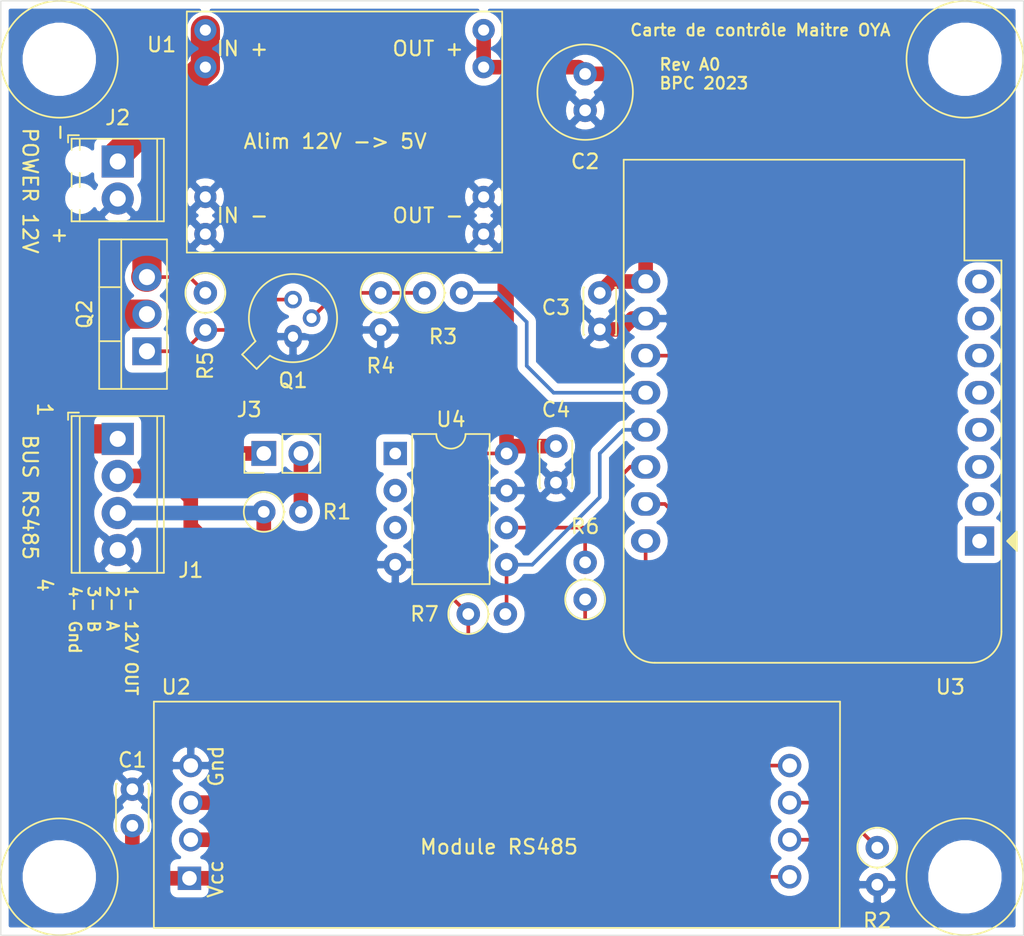
<source format=kicad_pcb>
(kicad_pcb (version 20171130) (host pcbnew "(5.1.9)-1")

  (general
    (thickness 1.6)
    (drawings 13)
    (tracks 114)
    (zones 0)
    (modules 24)
    (nets 27)
  )

  (page A4)
  (title_block
    (date 2023-03-08)
    (rev A0)
  )

  (layers
    (0 F.Cu signal)
    (31 B.Cu signal)
    (32 B.Adhes user)
    (33 F.Adhes user)
    (34 B.Paste user)
    (35 F.Paste user)
    (36 B.SilkS user)
    (37 F.SilkS user)
    (38 B.Mask user)
    (39 F.Mask user)
    (40 Dwgs.User user)
    (41 Cmts.User user)
    (42 Eco1.User user)
    (43 Eco2.User user)
    (44 Edge.Cuts user)
    (45 Margin user)
    (46 B.CrtYd user)
    (47 F.CrtYd user)
    (48 B.Fab user)
    (49 F.Fab user hide)
  )

  (setup
    (last_trace_width 2)
    (user_trace_width 1)
    (user_trace_width 2)
    (trace_clearance 0.2)
    (zone_clearance 0.508)
    (zone_45_only no)
    (trace_min 0.2)
    (via_size 0.8)
    (via_drill 0.4)
    (via_min_size 0.4)
    (via_min_drill 0.3)
    (uvia_size 0.3)
    (uvia_drill 0.1)
    (uvias_allowed no)
    (uvia_min_size 0.2)
    (uvia_min_drill 0.1)
    (edge_width 0.05)
    (segment_width 0.2)
    (pcb_text_width 0.3)
    (pcb_text_size 1.5 1.5)
    (mod_edge_width 0.12)
    (mod_text_size 1 1)
    (mod_text_width 0.15)
    (pad_size 1.524 1.524)
    (pad_drill 0.762)
    (pad_to_mask_clearance 0)
    (aux_axis_origin 0 0)
    (visible_elements FFFFFF7F)
    (pcbplotparams
      (layerselection 0x010fc_ffffffff)
      (usegerberextensions false)
      (usegerberattributes true)
      (usegerberadvancedattributes true)
      (creategerberjobfile true)
      (excludeedgelayer true)
      (linewidth 0.100000)
      (plotframeref false)
      (viasonmask false)
      (mode 1)
      (useauxorigin false)
      (hpglpennumber 1)
      (hpglpenspeed 20)
      (hpglpendiameter 15.000000)
      (psnegative false)
      (psa4output false)
      (plotreference true)
      (plotvalue true)
      (plotinvisibletext false)
      (padsonsilk false)
      (subtractmaskfromsilk false)
      (outputformat 1)
      (mirror false)
      (drillshape 1)
      (scaleselection 1)
      (outputdirectory ""))
  )

  (net 0 "")
  (net 1 GND)
  (net 2 "Net-(J1-Pad3)")
  (net 3 "Net-(J1-Pad2)")
  (net 4 OUT_12V)
  (net 5 +12V)
  (net 6 "Net-(J3-Pad2)")
  (net 7 "Net-(Q1-Pad3)")
  (net 8 "Net-(Q1-Pad2)")
  (net 9 UC_TXEN)
  (net 10 CMD_OUT_12V)
  (net 11 UC_TX)
  (net 12 UC_RX)
  (net 13 +5V)
  (net 14 "Net-(U3-Pad8)")
  (net 15 "Net-(U3-Pad7)")
  (net 16 "Net-(U3-Pad6)")
  (net 17 "Net-(U3-Pad5)")
  (net 18 "Net-(U3-Pad4)")
  (net 19 "Net-(U3-Pad3)")
  (net 20 "Net-(U3-Pad1)")
  (net 21 "Net-(U3-Pad2)")
  (net 22 "Net-(U4-Pad3)")
  (net 23 "Net-(U4-Pad2)")
  (net 24 "Net-(U4-Pad1)")
  (net 25 "Net-(R6-Pad2)")
  (net 26 "Net-(R7-Pad2)")

  (net_class Default "This is the default net class."
    (clearance 0.2)
    (trace_width 0.25)
    (via_dia 0.8)
    (via_drill 0.4)
    (uvia_dia 0.3)
    (uvia_drill 0.1)
    (add_net +12V)
    (add_net +5V)
    (add_net CMD_OUT_12V)
    (add_net GND)
    (add_net "Net-(J1-Pad2)")
    (add_net "Net-(J1-Pad3)")
    (add_net "Net-(J3-Pad2)")
    (add_net "Net-(Q1-Pad2)")
    (add_net "Net-(Q1-Pad3)")
    (add_net "Net-(R6-Pad2)")
    (add_net "Net-(R7-Pad2)")
    (add_net "Net-(U3-Pad1)")
    (add_net "Net-(U3-Pad2)")
    (add_net "Net-(U3-Pad3)")
    (add_net "Net-(U3-Pad4)")
    (add_net "Net-(U3-Pad5)")
    (add_net "Net-(U3-Pad6)")
    (add_net "Net-(U3-Pad7)")
    (add_net "Net-(U3-Pad8)")
    (add_net "Net-(U4-Pad1)")
    (add_net "Net-(U4-Pad2)")
    (add_net "Net-(U4-Pad3)")
    (add_net OUT_12V)
    (add_net UC_RX)
    (add_net UC_TX)
    (add_net UC_TXEN)
  )

  (module Capacitor_THT:C_Radial_D6.3mm_H7.0mm_P2.50mm (layer F.Cu) (tedit 5BC5C9B9) (tstamp 6408491C)
    (at 164 47 270)
    (descr "C, Radial series, Radial, pin pitch=2.50mm, diameter=6.3mm, height=7mm, Non-Polar Electrolytic Capacitor")
    (tags "C Radial series Radial pin pitch 2.50mm diameter 6.3mm height 7mm Non-Polar Electrolytic Capacitor")
    (path /64130C63)
    (fp_text reference C2 (at 6 0 180) (layer F.SilkS)
      (effects (font (size 1 1) (thickness 0.15)))
    )
    (fp_text value CP (at 1.25 4.4 90) (layer F.Fab)
      (effects (font (size 1 1) (thickness 0.15)))
    )
    (fp_text user %R (at 1.25 0 90) (layer F.Fab)
      (effects (font (size 1 1) (thickness 0.15)))
    )
    (fp_circle (center 1.25 0) (end 4.4 0) (layer F.Fab) (width 0.1))
    (fp_circle (center 1.25 0) (end 4.52 0) (layer F.SilkS) (width 0.12))
    (fp_circle (center 1.25 0) (end 4.65 0) (layer F.CrtYd) (width 0.05))
    (pad 2 thru_hole circle (at 2.5 0 270) (size 1.6 1.6) (drill 0.8) (layers *.Cu *.Mask)
      (net 1 GND))
    (pad 1 thru_hole circle (at 0 0 270) (size 1.6 1.6) (drill 0.8) (layers *.Cu *.Mask)
      (net 13 +5V))
    (model ${KISYS3DMOD}/Capacitor_THT.3dshapes/C_Radial_D6.3mm_H7.0mm_P2.50mm.wrl
      (at (xyz 0 0 0))
      (scale (xyz 1 1 1))
      (rotate (xyz 0 0 0))
    )
  )

  (module Capacitor_THT:C_Disc_D3.0mm_W2.0mm_P2.50mm (layer F.Cu) (tedit 5AE50EF0) (tstamp 640840B2)
    (at 162 75 90)
    (descr "C, Disc series, Radial, pin pitch=2.50mm, , diameter*width=3*2mm^2, Capacitor")
    (tags "C Disc series Radial pin pitch 2.50mm  diameter 3mm width 2mm Capacitor")
    (path /641215D1)
    (fp_text reference C4 (at 5 0 180) (layer F.SilkS)
      (effects (font (size 1 1) (thickness 0.15)))
    )
    (fp_text value 100n (at 1.25 2.25 90) (layer F.Fab)
      (effects (font (size 1 1) (thickness 0.15)))
    )
    (fp_text user %R (at 1.25 0 90) (layer F.Fab)
      (effects (font (size 0.6 0.6) (thickness 0.09)))
    )
    (fp_line (start -0.25 -1) (end -0.25 1) (layer F.Fab) (width 0.1))
    (fp_line (start -0.25 1) (end 2.75 1) (layer F.Fab) (width 0.1))
    (fp_line (start 2.75 1) (end 2.75 -1) (layer F.Fab) (width 0.1))
    (fp_line (start 2.75 -1) (end -0.25 -1) (layer F.Fab) (width 0.1))
    (fp_line (start -0.37 -1.12) (end 2.87 -1.12) (layer F.SilkS) (width 0.12))
    (fp_line (start -0.37 1.12) (end 2.87 1.12) (layer F.SilkS) (width 0.12))
    (fp_line (start -0.37 -1.12) (end -0.37 -1.055) (layer F.SilkS) (width 0.12))
    (fp_line (start -0.37 1.055) (end -0.37 1.12) (layer F.SilkS) (width 0.12))
    (fp_line (start 2.87 -1.12) (end 2.87 -1.055) (layer F.SilkS) (width 0.12))
    (fp_line (start 2.87 1.055) (end 2.87 1.12) (layer F.SilkS) (width 0.12))
    (fp_line (start -1.05 -1.25) (end -1.05 1.25) (layer F.CrtYd) (width 0.05))
    (fp_line (start -1.05 1.25) (end 3.55 1.25) (layer F.CrtYd) (width 0.05))
    (fp_line (start 3.55 1.25) (end 3.55 -1.25) (layer F.CrtYd) (width 0.05))
    (fp_line (start 3.55 -1.25) (end -1.05 -1.25) (layer F.CrtYd) (width 0.05))
    (pad 2 thru_hole circle (at 2.5 0 90) (size 1.6 1.6) (drill 0.8) (layers *.Cu *.Mask)
      (net 13 +5V))
    (pad 1 thru_hole circle (at 0 0 90) (size 1.6 1.6) (drill 0.8) (layers *.Cu *.Mask)
      (net 1 GND))
    (model ${KISYS3DMOD}/Capacitor_THT.3dshapes/C_Disc_D3.0mm_W2.0mm_P2.50mm.wrl
      (at (xyz 0 0 0))
      (scale (xyz 1 1 1))
      (rotate (xyz 0 0 0))
    )
  )

  (module Capacitor_THT:C_Disc_D3.0mm_W2.0mm_P2.50mm (layer F.Cu) (tedit 5AE50EF0) (tstamp 6408409D)
    (at 165 62 270)
    (descr "C, Disc series, Radial, pin pitch=2.50mm, , diameter*width=3*2mm^2, Capacitor")
    (tags "C Disc series Radial pin pitch 2.50mm  diameter 3mm width 2mm Capacitor")
    (path /64131EE2)
    (fp_text reference C3 (at 1 3 180) (layer F.SilkS)
      (effects (font (size 1 1) (thickness 0.15)))
    )
    (fp_text value 100n (at 1.25 2.25 90) (layer F.Fab)
      (effects (font (size 1 1) (thickness 0.15)))
    )
    (fp_text user %R (at 1.25 0 90) (layer F.Fab)
      (effects (font (size 0.6 0.6) (thickness 0.09)))
    )
    (fp_line (start -0.25 -1) (end -0.25 1) (layer F.Fab) (width 0.1))
    (fp_line (start -0.25 1) (end 2.75 1) (layer F.Fab) (width 0.1))
    (fp_line (start 2.75 1) (end 2.75 -1) (layer F.Fab) (width 0.1))
    (fp_line (start 2.75 -1) (end -0.25 -1) (layer F.Fab) (width 0.1))
    (fp_line (start -0.37 -1.12) (end 2.87 -1.12) (layer F.SilkS) (width 0.12))
    (fp_line (start -0.37 1.12) (end 2.87 1.12) (layer F.SilkS) (width 0.12))
    (fp_line (start -0.37 -1.12) (end -0.37 -1.055) (layer F.SilkS) (width 0.12))
    (fp_line (start -0.37 1.055) (end -0.37 1.12) (layer F.SilkS) (width 0.12))
    (fp_line (start 2.87 -1.12) (end 2.87 -1.055) (layer F.SilkS) (width 0.12))
    (fp_line (start 2.87 1.055) (end 2.87 1.12) (layer F.SilkS) (width 0.12))
    (fp_line (start -1.05 -1.25) (end -1.05 1.25) (layer F.CrtYd) (width 0.05))
    (fp_line (start -1.05 1.25) (end 3.55 1.25) (layer F.CrtYd) (width 0.05))
    (fp_line (start 3.55 1.25) (end 3.55 -1.25) (layer F.CrtYd) (width 0.05))
    (fp_line (start 3.55 -1.25) (end -1.05 -1.25) (layer F.CrtYd) (width 0.05))
    (pad 2 thru_hole circle (at 2.5 0 270) (size 1.6 1.6) (drill 0.8) (layers *.Cu *.Mask)
      (net 1 GND))
    (pad 1 thru_hole circle (at 0 0 270) (size 1.6 1.6) (drill 0.8) (layers *.Cu *.Mask)
      (net 13 +5V))
    (model ${KISYS3DMOD}/Capacitor_THT.3dshapes/C_Disc_D3.0mm_W2.0mm_P2.50mm.wrl
      (at (xyz 0 0 0))
      (scale (xyz 1 1 1))
      (rotate (xyz 0 0 0))
    )
  )

  (module Capacitor_THT:C_Disc_D3.0mm_W2.0mm_P2.50mm (layer F.Cu) (tedit 5AE50EF0) (tstamp 64084088)
    (at 133 96 270)
    (descr "C, Disc series, Radial, pin pitch=2.50mm, , diameter*width=3*2mm^2, Capacitor")
    (tags "C Disc series Radial pin pitch 2.50mm  diameter 3mm width 2mm Capacitor")
    (path /641287E3)
    (fp_text reference C1 (at -2 0 180) (layer F.SilkS)
      (effects (font (size 1 1) (thickness 0.15)))
    )
    (fp_text value 100n (at 1.25 2.25 90) (layer F.Fab)
      (effects (font (size 1 1) (thickness 0.15)))
    )
    (fp_text user %R (at 1.25 0 90) (layer F.Fab)
      (effects (font (size 0.6 0.6) (thickness 0.09)))
    )
    (fp_line (start -0.25 -1) (end -0.25 1) (layer F.Fab) (width 0.1))
    (fp_line (start -0.25 1) (end 2.75 1) (layer F.Fab) (width 0.1))
    (fp_line (start 2.75 1) (end 2.75 -1) (layer F.Fab) (width 0.1))
    (fp_line (start 2.75 -1) (end -0.25 -1) (layer F.Fab) (width 0.1))
    (fp_line (start -0.37 -1.12) (end 2.87 -1.12) (layer F.SilkS) (width 0.12))
    (fp_line (start -0.37 1.12) (end 2.87 1.12) (layer F.SilkS) (width 0.12))
    (fp_line (start -0.37 -1.12) (end -0.37 -1.055) (layer F.SilkS) (width 0.12))
    (fp_line (start -0.37 1.055) (end -0.37 1.12) (layer F.SilkS) (width 0.12))
    (fp_line (start 2.87 -1.12) (end 2.87 -1.055) (layer F.SilkS) (width 0.12))
    (fp_line (start 2.87 1.055) (end 2.87 1.12) (layer F.SilkS) (width 0.12))
    (fp_line (start -1.05 -1.25) (end -1.05 1.25) (layer F.CrtYd) (width 0.05))
    (fp_line (start -1.05 1.25) (end 3.55 1.25) (layer F.CrtYd) (width 0.05))
    (fp_line (start 3.55 1.25) (end 3.55 -1.25) (layer F.CrtYd) (width 0.05))
    (fp_line (start 3.55 -1.25) (end -1.05 -1.25) (layer F.CrtYd) (width 0.05))
    (pad 2 thru_hole circle (at 2.5 0 270) (size 1.6 1.6) (drill 0.8) (layers *.Cu *.Mask)
      (net 13 +5V))
    (pad 1 thru_hole circle (at 0 0 270) (size 1.6 1.6) (drill 0.8) (layers *.Cu *.Mask)
      (net 1 GND))
    (model ${KISYS3DMOD}/Capacitor_THT.3dshapes/C_Disc_D3.0mm_W2.0mm_P2.50mm.wrl
      (at (xyz 0 0 0))
      (scale (xyz 1 1 1))
      (rotate (xyz 0 0 0))
    )
  )

  (module bpc:BPC_Trou4mm_Fixation (layer F.Cu) (tedit 60758354) (tstamp 64082EDF)
    (at 128 102)
    (fp_text reference REF** (at 6 -3) (layer F.Fab) hide
      (effects (font (size 1 1) (thickness 0.15)))
    )
    (fp_text value BPC_Trou4mm_Fixation (at 0 -6) (layer F.Fab)
      (effects (font (size 1 1) (thickness 0.15)))
    )
    (fp_circle (center 0 0) (end 4 0) (layer F.SilkS) (width 0.12))
    (pad "" np_thru_hole circle (at 0 0) (size 4 4) (drill 4) (layers *.Cu *.Mask))
  )

  (module bpc:BPC_Trou4mm_Fixation (layer F.Cu) (tedit 60758354) (tstamp 64082BAD)
    (at 128 46)
    (fp_text reference REF** (at 6 -3) (layer F.Fab) hide
      (effects (font (size 1 1) (thickness 0.15)))
    )
    (fp_text value BPC_Trou4mm_Fixation (at 0 -6) (layer F.Fab)
      (effects (font (size 1 1) (thickness 0.15)))
    )
    (fp_circle (center 0 0) (end 4 0) (layer F.SilkS) (width 0.12))
    (pad "" np_thru_hole circle (at 0 0) (size 4 4) (drill 4) (layers *.Cu *.Mask))
  )

  (module bpc:BPC_Trou4mm_Fixation (layer F.Cu) (tedit 60758354) (tstamp 64082B8E)
    (at 190 102)
    (fp_text reference REF** (at 6 -3) (layer F.Fab) hide
      (effects (font (size 1 1) (thickness 0.15)))
    )
    (fp_text value BPC_Trou4mm_Fixation (at 0 -6) (layer F.Fab)
      (effects (font (size 1 1) (thickness 0.15)))
    )
    (fp_circle (center 0 0) (end 4 0) (layer F.SilkS) (width 0.12))
    (pad "" np_thru_hole circle (at 0 0) (size 4 4) (drill 4) (layers *.Cu *.Mask))
  )

  (module bpc:BPC_Trou4mm_Fixation (layer F.Cu) (tedit 60758354) (tstamp 64082B6F)
    (at 190 46)
    (fp_text reference REF** (at 6 -3) (layer F.Fab) hide
      (effects (font (size 1 1) (thickness 0.15)))
    )
    (fp_text value BPC_Trou4mm_Fixation (at 0 -6) (layer F.Fab)
      (effects (font (size 1 1) (thickness 0.15)))
    )
    (fp_circle (center 0 0) (end 4 0) (layer F.SilkS) (width 0.12))
    (pad "" np_thru_hole circle (at 0 0) (size 4 4) (drill 4) (layers *.Cu *.Mask))
  )

  (module Resistor_THT:R_Axial_DIN0207_L6.3mm_D2.5mm_P2.54mm_Vertical (layer F.Cu) (tedit 5AE5139B) (tstamp 64082668)
    (at 156 84)
    (descr "Resistor, Axial_DIN0207 series, Axial, Vertical, pin pitch=2.54mm, 0.25W = 1/4W, length*diameter=6.3*2.5mm^2, http://cdn-reichelt.de/documents/datenblatt/B400/1_4W%23YAG.pdf")
    (tags "Resistor Axial_DIN0207 series Axial Vertical pin pitch 2.54mm 0.25W = 1/4W length 6.3mm diameter 2.5mm")
    (path /640E222E)
    (fp_text reference R7 (at -3 0) (layer F.SilkS)
      (effects (font (size 1 1) (thickness 0.15)))
    )
    (fp_text value 10k (at 1.27 2.37) (layer F.Fab)
      (effects (font (size 1 1) (thickness 0.15)))
    )
    (fp_text user %R (at 1.27 -2.37) (layer F.Fab)
      (effects (font (size 1 1) (thickness 0.15)))
    )
    (fp_circle (center 0 0) (end 1.25 0) (layer F.Fab) (width 0.1))
    (fp_circle (center 0 0) (end 1.37 0) (layer F.SilkS) (width 0.12))
    (fp_line (start 0 0) (end 2.54 0) (layer F.Fab) (width 0.1))
    (fp_line (start 1.37 0) (end 1.44 0) (layer F.SilkS) (width 0.12))
    (fp_line (start -1.5 -1.5) (end -1.5 1.5) (layer F.CrtYd) (width 0.05))
    (fp_line (start -1.5 1.5) (end 3.59 1.5) (layer F.CrtYd) (width 0.05))
    (fp_line (start 3.59 1.5) (end 3.59 -1.5) (layer F.CrtYd) (width 0.05))
    (fp_line (start 3.59 -1.5) (end -1.5 -1.5) (layer F.CrtYd) (width 0.05))
    (pad 2 thru_hole oval (at 2.54 0) (size 1.6 1.6) (drill 0.8) (layers *.Cu *.Mask)
      (net 26 "Net-(R7-Pad2)"))
    (pad 1 thru_hole circle (at 0 0) (size 1.6 1.6) (drill 0.8) (layers *.Cu *.Mask)
      (net 13 +5V))
    (model ${KISYS3DMOD}/Resistor_THT.3dshapes/R_Axial_DIN0207_L6.3mm_D2.5mm_P2.54mm_Vertical.wrl
      (at (xyz 0 0 0))
      (scale (xyz 1 1 1))
      (rotate (xyz 0 0 0))
    )
  )

  (module Resistor_THT:R_Axial_DIN0207_L6.3mm_D2.5mm_P2.54mm_Vertical (layer F.Cu) (tedit 5AE5139B) (tstamp 64082659)
    (at 164 83 90)
    (descr "Resistor, Axial_DIN0207 series, Axial, Vertical, pin pitch=2.54mm, 0.25W = 1/4W, length*diameter=6.3*2.5mm^2, http://cdn-reichelt.de/documents/datenblatt/B400/1_4W%23YAG.pdf")
    (tags "Resistor Axial_DIN0207 series Axial Vertical pin pitch 2.54mm 0.25W = 1/4W length 6.3mm diameter 2.5mm")
    (path /640E36C6)
    (fp_text reference R6 (at 5 0 180) (layer F.SilkS)
      (effects (font (size 1 1) (thickness 0.15)))
    )
    (fp_text value 10k (at 1.27 2.37 90) (layer F.Fab)
      (effects (font (size 1 1) (thickness 0.15)))
    )
    (fp_text user %R (at 1.27 -2.37 90) (layer F.Fab)
      (effects (font (size 1 1) (thickness 0.15)))
    )
    (fp_circle (center 0 0) (end 1.25 0) (layer F.Fab) (width 0.1))
    (fp_circle (center 0 0) (end 1.37 0) (layer F.SilkS) (width 0.12))
    (fp_line (start 0 0) (end 2.54 0) (layer F.Fab) (width 0.1))
    (fp_line (start 1.37 0) (end 1.44 0) (layer F.SilkS) (width 0.12))
    (fp_line (start -1.5 -1.5) (end -1.5 1.5) (layer F.CrtYd) (width 0.05))
    (fp_line (start -1.5 1.5) (end 3.59 1.5) (layer F.CrtYd) (width 0.05))
    (fp_line (start 3.59 1.5) (end 3.59 -1.5) (layer F.CrtYd) (width 0.05))
    (fp_line (start 3.59 -1.5) (end -1.5 -1.5) (layer F.CrtYd) (width 0.05))
    (pad 2 thru_hole oval (at 2.54 0 90) (size 1.6 1.6) (drill 0.8) (layers *.Cu *.Mask)
      (net 25 "Net-(R6-Pad2)"))
    (pad 1 thru_hole circle (at 0 0 90) (size 1.6 1.6) (drill 0.8) (layers *.Cu *.Mask)
      (net 13 +5V))
    (model ${KISYS3DMOD}/Resistor_THT.3dshapes/R_Axial_DIN0207_L6.3mm_D2.5mm_P2.54mm_Vertical.wrl
      (at (xyz 0 0 0))
      (scale (xyz 1 1 1))
      (rotate (xyz 0 0 0))
    )
  )

  (module Connector_PinHeader_2.54mm:PinHeader_1x02_P2.54mm_Vertical (layer F.Cu) (tedit 59FED5CC) (tstamp 6408093A)
    (at 142 73 90)
    (descr "Through hole straight pin header, 1x02, 2.54mm pitch, single row")
    (tags "Through hole pin header THT 1x02 2.54mm single row")
    (path /64093BAA)
    (fp_text reference J3 (at 3 -1 180) (layer F.SilkS)
      (effects (font (size 1 1) (thickness 0.15)))
    )
    (fp_text value Conn_01x02 (at 0 4.87 90) (layer F.Fab)
      (effects (font (size 1 1) (thickness 0.15)))
    )
    (fp_text user %R (at 0 1.27) (layer F.Fab)
      (effects (font (size 1 1) (thickness 0.15)))
    )
    (fp_line (start -0.635 -1.27) (end 1.27 -1.27) (layer F.Fab) (width 0.1))
    (fp_line (start 1.27 -1.27) (end 1.27 3.81) (layer F.Fab) (width 0.1))
    (fp_line (start 1.27 3.81) (end -1.27 3.81) (layer F.Fab) (width 0.1))
    (fp_line (start -1.27 3.81) (end -1.27 -0.635) (layer F.Fab) (width 0.1))
    (fp_line (start -1.27 -0.635) (end -0.635 -1.27) (layer F.Fab) (width 0.1))
    (fp_line (start -1.33 3.87) (end 1.33 3.87) (layer F.SilkS) (width 0.12))
    (fp_line (start -1.33 1.27) (end -1.33 3.87) (layer F.SilkS) (width 0.12))
    (fp_line (start 1.33 1.27) (end 1.33 3.87) (layer F.SilkS) (width 0.12))
    (fp_line (start -1.33 1.27) (end 1.33 1.27) (layer F.SilkS) (width 0.12))
    (fp_line (start -1.33 0) (end -1.33 -1.33) (layer F.SilkS) (width 0.12))
    (fp_line (start -1.33 -1.33) (end 0 -1.33) (layer F.SilkS) (width 0.12))
    (fp_line (start -1.8 -1.8) (end -1.8 4.35) (layer F.CrtYd) (width 0.05))
    (fp_line (start -1.8 4.35) (end 1.8 4.35) (layer F.CrtYd) (width 0.05))
    (fp_line (start 1.8 4.35) (end 1.8 -1.8) (layer F.CrtYd) (width 0.05))
    (fp_line (start 1.8 -1.8) (end -1.8 -1.8) (layer F.CrtYd) (width 0.05))
    (pad 2 thru_hole oval (at 0 2.54 90) (size 1.7 1.7) (drill 1) (layers *.Cu *.Mask)
      (net 6 "Net-(J3-Pad2)"))
    (pad 1 thru_hole rect (at 0 0 90) (size 1.7 1.7) (drill 1) (layers *.Cu *.Mask)
      (net 3 "Net-(J1-Pad2)"))
    (model ${KISYS3DMOD}/Connector_PinHeader_2.54mm.3dshapes/PinHeader_1x02_P2.54mm_Vertical.wrl
      (at (xyz 0 0 0))
      (scale (xyz 1 1 1))
      (rotate (xyz 0 0 0))
    )
  )

  (module bpc:BPC_Alim5V (layer F.Cu) (tedit 6407C2E9) (tstamp 640811A2)
    (at 138 44)
    (path /640C02D5)
    (fp_text reference U1 (at -3 1) (layer F.SilkS)
      (effects (font (size 1 1) (thickness 0.15)))
    )
    (fp_text value BPC_Alim5V (at 10.16 1.27) (layer F.Fab)
      (effects (font (size 1 1) (thickness 0.15)))
    )
    (fp_text user "IN +" (at 2.54 1.27) (layer F.SilkS)
      (effects (font (size 1 1) (thickness 0.15)))
    )
    (fp_text user "IN -" (at 2.54 12.7) (layer F.SilkS)
      (effects (font (size 1 1) (thickness 0.15)))
    )
    (fp_text user "OUT -" (at 15.24 12.7) (layer F.SilkS)
      (effects (font (size 1 1) (thickness 0.15)))
    )
    (fp_text user "OUT +" (at 15.24 1.27) (layer F.SilkS)
      (effects (font (size 1 1) (thickness 0.15)))
    )
    (fp_text user "Alim 12V -> 5V" (at 8.89 7.62) (layer F.SilkS)
      (effects (font (size 1 1) (thickness 0.15)))
    )
    (fp_line (start -1.27 -1.27) (end -1.27 15.24) (layer F.Fab) (width 0.12))
    (fp_line (start -1.27 -1.27) (end 20.32 -1.27) (layer F.Fab) (width 0.12))
    (fp_line (start 20.32 15.24) (end 20.32 -1.27) (layer F.Fab) (width 0.12))
    (fp_line (start 20.32 -1.27) (end 20.32 15.24) (layer F.Fab) (width 0.12))
    (fp_line (start 20.32 15.24) (end -1.27 15.24) (layer F.Fab) (width 0.12))
    (fp_line (start -1.27 -1.27) (end 20.32 -1.27) (layer F.SilkS) (width 0.12))
    (fp_line (start 20.32 15.24) (end 20.32 -1.27) (layer F.SilkS) (width 0.12))
    (fp_line (start 20.32 15.24) (end -1.27 15.24) (layer F.SilkS) (width 0.12))
    (fp_line (start -1.27 -1.27) (end -1.27 15.24) (layer F.SilkS) (width 0.12))
    (pad 8 thru_hole circle (at 19.05 0) (size 1.524 1.524) (drill 0.762) (layers *.Cu *.Mask)
      (net 13 +5V))
    (pad 7 thru_hole circle (at 19.05 2.54) (size 1.524 1.524) (drill 0.762) (layers *.Cu *.Mask)
      (net 13 +5V))
    (pad 6 thru_hole circle (at 19.05 11.43) (size 1.524 1.524) (drill 0.762) (layers *.Cu *.Mask)
      (net 1 GND))
    (pad 5 thru_hole circle (at 19.05 13.97) (size 1.524 1.524) (drill 0.762) (layers *.Cu *.Mask)
      (net 1 GND))
    (pad 4 thru_hole circle (at 0 13.97) (size 1.524 1.524) (drill 0.762) (layers *.Cu *.Mask)
      (net 1 GND))
    (pad 3 thru_hole circle (at 0 11.43) (size 1.524 1.524) (drill 0.762) (layers *.Cu *.Mask)
      (net 1 GND))
    (pad 2 thru_hole circle (at 0 2.54) (size 1.524 1.524) (drill 0.762) (layers *.Cu *.Mask)
      (net 5 +12V))
    (pad 1 thru_hole circle (at 0 0) (size 1.524 1.524) (drill 0.762) (layers *.Cu *.Mask)
      (net 5 +12V))
  )

  (module Package_DIP:DIP-8_W7.62mm (layer F.Cu) (tedit 5A02E8C5) (tstamp 64080A24)
    (at 151 73)
    (descr "8-lead though-hole mounted DIP package, row spacing 7.62 mm (300 mils)")
    (tags "THT DIP DIL PDIP 2.54mm 7.62mm 300mil")
    (path /640AB41A)
    (fp_text reference U4 (at 3.81 -2.33) (layer F.SilkS)
      (effects (font (size 1 1) (thickness 0.15)))
    )
    (fp_text value 24LC01 (at 3.81 10) (layer F.Fab)
      (effects (font (size 1 1) (thickness 0.15)))
    )
    (fp_text user %R (at 3.81 3.81) (layer F.Fab)
      (effects (font (size 1 1) (thickness 0.15)))
    )
    (fp_arc (start 3.81 -1.33) (end 2.81 -1.33) (angle -180) (layer F.SilkS) (width 0.12))
    (fp_line (start 1.635 -1.27) (end 6.985 -1.27) (layer F.Fab) (width 0.1))
    (fp_line (start 6.985 -1.27) (end 6.985 8.89) (layer F.Fab) (width 0.1))
    (fp_line (start 6.985 8.89) (end 0.635 8.89) (layer F.Fab) (width 0.1))
    (fp_line (start 0.635 8.89) (end 0.635 -0.27) (layer F.Fab) (width 0.1))
    (fp_line (start 0.635 -0.27) (end 1.635 -1.27) (layer F.Fab) (width 0.1))
    (fp_line (start 2.81 -1.33) (end 1.16 -1.33) (layer F.SilkS) (width 0.12))
    (fp_line (start 1.16 -1.33) (end 1.16 8.95) (layer F.SilkS) (width 0.12))
    (fp_line (start 1.16 8.95) (end 6.46 8.95) (layer F.SilkS) (width 0.12))
    (fp_line (start 6.46 8.95) (end 6.46 -1.33) (layer F.SilkS) (width 0.12))
    (fp_line (start 6.46 -1.33) (end 4.81 -1.33) (layer F.SilkS) (width 0.12))
    (fp_line (start -1.1 -1.55) (end -1.1 9.15) (layer F.CrtYd) (width 0.05))
    (fp_line (start -1.1 9.15) (end 8.7 9.15) (layer F.CrtYd) (width 0.05))
    (fp_line (start 8.7 9.15) (end 8.7 -1.55) (layer F.CrtYd) (width 0.05))
    (fp_line (start 8.7 -1.55) (end -1.1 -1.55) (layer F.CrtYd) (width 0.05))
    (pad 8 thru_hole oval (at 7.62 0) (size 1.6 1.6) (drill 0.8) (layers *.Cu *.Mask)
      (net 13 +5V))
    (pad 4 thru_hole oval (at 0 7.62) (size 1.6 1.6) (drill 0.8) (layers *.Cu *.Mask)
      (net 1 GND))
    (pad 7 thru_hole oval (at 7.62 2.54) (size 1.6 1.6) (drill 0.8) (layers *.Cu *.Mask)
      (net 1 GND))
    (pad 3 thru_hole oval (at 0 5.08) (size 1.6 1.6) (drill 0.8) (layers *.Cu *.Mask)
      (net 22 "Net-(U4-Pad3)"))
    (pad 6 thru_hole oval (at 7.62 5.08) (size 1.6 1.6) (drill 0.8) (layers *.Cu *.Mask)
      (net 25 "Net-(R6-Pad2)"))
    (pad 2 thru_hole oval (at 0 2.54) (size 1.6 1.6) (drill 0.8) (layers *.Cu *.Mask)
      (net 23 "Net-(U4-Pad2)"))
    (pad 5 thru_hole oval (at 7.62 7.62) (size 1.6 1.6) (drill 0.8) (layers *.Cu *.Mask)
      (net 26 "Net-(R7-Pad2)"))
    (pad 1 thru_hole rect (at 0 0) (size 1.6 1.6) (drill 0.8) (layers *.Cu *.Mask)
      (net 24 "Net-(U4-Pad1)"))
    (model ${KISYS3DMOD}/Package_DIP.3dshapes/DIP-8_W7.62mm.wrl
      (at (xyz 0 0 0))
      (scale (xyz 1 1 1))
      (rotate (xyz 0 0 0))
    )
  )

  (module Module:WEMOS_D1_mini_light (layer F.Cu) (tedit 5BBFB1CE) (tstamp 64080A08)
    (at 191 79 180)
    (descr "16-pin module, column spacing 22.86 mm (900 mils), https://wiki.wemos.cc/products:d1:d1_mini, https://c1.staticflickr.com/1/734/31400410271_f278b087db_z.jpg")
    (tags "ESP8266 WiFi microcontroller")
    (path /6407A1DB)
    (fp_text reference U3 (at 2 -10) (layer F.SilkS)
      (effects (font (size 1 1) (thickness 0.15)))
    )
    (fp_text value WeMos_D1_mini (at 11.7 0) (layer F.Fab)
      (effects (font (size 1 1) (thickness 0.15)))
    )
    (fp_text user "No copper" (at 11.43 -3.81) (layer Cmts.User)
      (effects (font (size 1 1) (thickness 0.15)))
    )
    (fp_text user "KEEP OUT" (at 11.43 -6.35) (layer Cmts.User)
      (effects (font (size 1 1) (thickness 0.15)))
    )
    (fp_arc (start 22.23 -6.21) (end 24.36 -6.21) (angle -90) (layer F.SilkS) (width 0.12))
    (fp_arc (start 0.63 -6.21) (end 0.63 -8.34) (angle -90) (layer F.SilkS) (width 0.12))
    (fp_arc (start 22.23 -6.21) (end 24.23 -6.19) (angle -90) (layer F.Fab) (width 0.1))
    (fp_arc (start 0.63 -6.21) (end 0.63 -8.21) (angle -90) (layer F.Fab) (width 0.1))
    (fp_text user %R (at 11.43 10) (layer F.Fab)
      (effects (font (size 1 1) (thickness 0.15)))
    )
    (fp_line (start 1.04 26.12) (end 24.36 26.12) (layer F.SilkS) (width 0.12))
    (fp_line (start -1.5 19.22) (end -1.5 -6.21) (layer F.SilkS) (width 0.12))
    (fp_line (start 24.36 26.12) (end 24.36 -6.21) (layer F.SilkS) (width 0.12))
    (fp_line (start 22.24 -8.34) (end 0.63 -8.34) (layer F.SilkS) (width 0.12))
    (fp_line (start 1.17 25.99) (end 24.23 25.99) (layer F.Fab) (width 0.1))
    (fp_line (start 24.23 25.99) (end 24.23 -6.21) (layer F.Fab) (width 0.1))
    (fp_line (start 22.23 -8.21) (end 0.63 -8.21) (layer F.Fab) (width 0.1))
    (fp_line (start -1.37 1) (end -1.37 19.09) (layer F.Fab) (width 0.1))
    (fp_line (start -1.62 -8.46) (end 24.48 -8.46) (layer F.CrtYd) (width 0.05))
    (fp_line (start 24.48 -8.41) (end 24.48 26.24) (layer F.CrtYd) (width 0.05))
    (fp_line (start 24.48 26.24) (end -1.62 26.24) (layer F.CrtYd) (width 0.05))
    (fp_line (start -1.62 26.24) (end -1.62 -8.46) (layer F.CrtYd) (width 0.05))
    (fp_poly (pts (xy -2.54 -0.635) (xy -2.54 0.635) (xy -1.905 0)) (layer F.SilkS) (width 0.15))
    (fp_line (start -1.35 -1.4) (end 24.25 -1.4) (layer Dwgs.User) (width 0.1))
    (fp_line (start 24.25 -1.4) (end 24.25 -8.2) (layer Dwgs.User) (width 0.1))
    (fp_line (start 24.25 -8.2) (end -1.35 -8.2) (layer Dwgs.User) (width 0.1))
    (fp_line (start -1.35 -8.2) (end -1.35 -1.4) (layer Dwgs.User) (width 0.1))
    (fp_line (start -1.35 -1.4) (end 5.45 -8.2) (layer Dwgs.User) (width 0.1))
    (fp_line (start 0.65 -1.4) (end 7.45 -8.2) (layer Dwgs.User) (width 0.1))
    (fp_line (start 2.65 -1.4) (end 9.45 -8.2) (layer Dwgs.User) (width 0.1))
    (fp_line (start 4.65 -1.4) (end 11.45 -8.2) (layer Dwgs.User) (width 0.1))
    (fp_line (start 6.65 -1.4) (end 13.45 -8.2) (layer Dwgs.User) (width 0.1))
    (fp_line (start 8.65 -1.4) (end 15.45 -8.2) (layer Dwgs.User) (width 0.1))
    (fp_line (start 10.65 -1.4) (end 17.45 -8.2) (layer Dwgs.User) (width 0.1))
    (fp_line (start 12.65 -1.4) (end 19.45 -8.2) (layer Dwgs.User) (width 0.1))
    (fp_line (start 14.65 -1.4) (end 21.45 -8.2) (layer Dwgs.User) (width 0.1))
    (fp_line (start 16.65 -1.4) (end 23.45 -8.2) (layer Dwgs.User) (width 0.1))
    (fp_line (start 18.65 -1.4) (end 24.25 -7) (layer Dwgs.User) (width 0.1))
    (fp_line (start 20.65 -1.4) (end 24.25 -5) (layer Dwgs.User) (width 0.1))
    (fp_line (start 22.65 -1.4) (end 24.25 -3) (layer Dwgs.User) (width 0.1))
    (fp_line (start -1.35 -3.4) (end 3.45 -8.2) (layer Dwgs.User) (width 0.1))
    (fp_line (start -1.3 -5.45) (end 1.45 -8.2) (layer Dwgs.User) (width 0.1))
    (fp_line (start -1.35 -7.4) (end -0.55 -8.2) (layer Dwgs.User) (width 0.1))
    (fp_line (start -1.37 19.09) (end 1.17 19.09) (layer F.Fab) (width 0.1))
    (fp_line (start 1.17 19.09) (end 1.17 25.99) (layer F.Fab) (width 0.1))
    (fp_line (start -1.37 -6.21) (end -1.37 -1) (layer F.Fab) (width 0.1))
    (fp_line (start -1.37 1) (end -0.37 0) (layer F.Fab) (width 0.1))
    (fp_line (start -0.37 0) (end -1.37 -1) (layer F.Fab) (width 0.1))
    (fp_line (start -1.5 19.22) (end 1.04 19.22) (layer F.SilkS) (width 0.12))
    (fp_line (start 1.04 19.22) (end 1.04 26.12) (layer F.SilkS) (width 0.12))
    (pad 16 thru_hole oval (at 22.86 0 180) (size 2 1.6) (drill 1) (layers *.Cu *.Mask)
      (net 11 UC_TX))
    (pad 15 thru_hole oval (at 22.86 2.54 180) (size 2 1.6) (drill 1) (layers *.Cu *.Mask)
      (net 12 UC_RX))
    (pad 14 thru_hole oval (at 22.86 5.08 180) (size 2 1.6) (drill 1) (layers *.Cu *.Mask)
      (net 25 "Net-(R6-Pad2)"))
    (pad 13 thru_hole oval (at 22.86 7.62 180) (size 2 1.6) (drill 1) (layers *.Cu *.Mask)
      (net 26 "Net-(R7-Pad2)"))
    (pad 12 thru_hole oval (at 22.86 10.16 180) (size 2 1.6) (drill 1) (layers *.Cu *.Mask)
      (net 10 CMD_OUT_12V))
    (pad 11 thru_hole oval (at 22.86 12.7 180) (size 2 1.6) (drill 1) (layers *.Cu *.Mask)
      (net 9 UC_TXEN))
    (pad 10 thru_hole oval (at 22.86 15.24 180) (size 2 1.6) (drill 1) (layers *.Cu *.Mask)
      (net 1 GND))
    (pad 9 thru_hole oval (at 22.86 17.78 180) (size 2 1.6) (drill 1) (layers *.Cu *.Mask)
      (net 13 +5V))
    (pad 8 thru_hole oval (at 0 17.78 180) (size 2 1.6) (drill 1) (layers *.Cu *.Mask)
      (net 14 "Net-(U3-Pad8)"))
    (pad 7 thru_hole oval (at 0 15.24 180) (size 2 1.6) (drill 1) (layers *.Cu *.Mask)
      (net 15 "Net-(U3-Pad7)"))
    (pad 6 thru_hole oval (at 0 12.7 180) (size 2 1.6) (drill 1) (layers *.Cu *.Mask)
      (net 16 "Net-(U3-Pad6)"))
    (pad 5 thru_hole oval (at 0 10.16 180) (size 2 1.6) (drill 1) (layers *.Cu *.Mask)
      (net 17 "Net-(U3-Pad5)"))
    (pad 4 thru_hole oval (at 0 7.62 180) (size 2 1.6) (drill 1) (layers *.Cu *.Mask)
      (net 18 "Net-(U3-Pad4)"))
    (pad 3 thru_hole oval (at 0 5.08 180) (size 2 1.6) (drill 1) (layers *.Cu *.Mask)
      (net 19 "Net-(U3-Pad3)"))
    (pad 1 thru_hole rect (at 0 0 180) (size 2 2) (drill 1) (layers *.Cu *.Mask)
      (net 20 "Net-(U3-Pad1)"))
    (pad 2 thru_hole oval (at 0 2.54 180) (size 2 1.6) (drill 1) (layers *.Cu *.Mask)
      (net 21 "Net-(U3-Pad2)"))
    (model ${KISYS3DMOD}/Module.3dshapes/WEMOS_D1_mini_light.wrl
      (at (xyz 0 0 0))
      (scale (xyz 1 1 1))
      (rotate (xyz 0 0 0))
    )
    (model ${KISYS3DMOD}/Connector_PinHeader_2.54mm.3dshapes/PinHeader_1x08_P2.54mm_Vertical.wrl
      (offset (xyz 0 0 9.5))
      (scale (xyz 1 1 1))
      (rotate (xyz 0 -180 0))
    )
    (model ${KISYS3DMOD}/Connector_PinHeader_2.54mm.3dshapes/PinHeader_1x08_P2.54mm_Vertical.wrl
      (offset (xyz 22.86 0 9.5))
      (scale (xyz 1 1 1))
      (rotate (xyz 0 -180 0))
    )
    (model ${KISYS3DMOD}/Connector_PinSocket_2.54mm.3dshapes/PinSocket_1x08_P2.54mm_Vertical.wrl
      (at (xyz 0 0 0))
      (scale (xyz 1 1 1))
      (rotate (xyz 0 0 0))
    )
    (model ${KISYS3DMOD}/Connector_PinSocket_2.54mm.3dshapes/PinSocket_1x08_P2.54mm_Vertical.wrl
      (offset (xyz 22.86 0 0))
      (scale (xyz 1 1 1))
      (rotate (xyz 0 0 0))
    )
  )

  (module bpc:BPC_Mod485 (layer F.Cu) (tedit 6407C490) (tstamp 640809C5)
    (at 137 102 90)
    (tags "Arduino RS485")
    (path /6407B100)
    (fp_text reference U2 (at 13 -1 180) (layer F.SilkS)
      (effects (font (size 1 1) (thickness 0.15)))
    )
    (fp_text value BPC_Mod485 (at 8.89 19.05) (layer F.Fab)
      (effects (font (size 1 1) (thickness 0.15)))
    )
    (fp_text user %R (at 6.35 19.05) (layer F.Fab)
      (effects (font (size 1 1) (thickness 0.15)))
    )
    (fp_text user Gnd (at 7.575 1.725 90) (layer F.SilkS)
      (effects (font (size 1 1) (thickness 0.15)))
    )
    (fp_text user Vcc (at -0.15 1.7 90) (layer F.SilkS)
      (effects (font (size 1 1) (thickness 0.15)))
    )
    (fp_text user "Module RS485" (at 2.05 21.1) (layer F.SilkS)
      (effects (font (size 1 1) (thickness 0.15)))
    )
    (fp_line (start -3.5 -2.54) (end 12 -2.54) (layer F.Fab) (width 0.12))
    (fp_line (start -3.5 -2.54) (end -3.5 44.46) (layer F.Fab) (width 0.12))
    (fp_line (start -3.5 44.46) (end 12 44.46) (layer F.Fab) (width 0.12))
    (fp_line (start 12 -2.54) (end 12 44.46) (layer F.Fab) (width 0.12))
    (fp_line (start 12 -2.525) (end 12 44.45) (layer F.SilkS) (width 0.12))
    (fp_line (start 12 44.45) (end -3.5 44.425) (layer F.SilkS) (width 0.12))
    (fp_line (start -3.5 44.425) (end -3.5 -2.525) (layer F.SilkS) (width 0.12))
    (fp_line (start -3.5 -2.525) (end 12 -2.525) (layer F.SilkS) (width 0.12))
    (pad 8 thru_hole oval (at 0 41 90) (size 1.6 1.6) (drill 1) (layers *.Cu *.Mask)
      (net 11 UC_TX))
    (pad 7 thru_hole oval (at 2.54 41 90) (size 1.6 1.6) (drill 1) (layers *.Cu *.Mask)
      (net 9 UC_TXEN))
    (pad 6 thru_hole oval (at 5.08 41 90) (size 1.6 1.6) (drill 1) (layers *.Cu *.Mask)
      (net 9 UC_TXEN))
    (pad 5 thru_hole oval (at 7.62 41 90) (size 1.6 1.6) (drill 1) (layers *.Cu *.Mask)
      (net 12 UC_RX))
    (pad 4 thru_hole oval (at 7.62 0 90) (size 1.6 1.6) (drill 1) (layers *.Cu *.Mask)
      (net 1 GND))
    (pad 3 thru_hole oval (at 5.08 0 90) (size 1.6 1.6) (drill 1) (layers *.Cu *.Mask)
      (net 3 "Net-(J1-Pad2)"))
    (pad 2 thru_hole oval (at 2.54 0 90) (size 1.6 1.6) (drill 1) (layers *.Cu *.Mask)
      (net 2 "Net-(J1-Pad3)"))
    (pad 1 thru_hole rect (at -0.1 -0.09 90) (size 1.6 1.6) (drill 1) (layers *.Cu *.Mask)
      (net 13 +5V))
    (model ${BPCLIBS}/bpc/3d/rs485.stp
      (offset (xyz -3.3 1.5 3.5))
      (scale (xyz 1 1 1))
      (rotate (xyz 0 0 90))
    )
  )

  (module Resistor_THT:R_Axial_DIN0207_L6.3mm_D2.5mm_P2.54mm_Vertical (layer F.Cu) (tedit 5AE5139B) (tstamp 640809B4)
    (at 138 62 270)
    (descr "Resistor, Axial_DIN0207 series, Axial, Vertical, pin pitch=2.54mm, 0.25W = 1/4W, length*diameter=6.3*2.5mm^2, http://cdn-reichelt.de/documents/datenblatt/B400/1_4W%23YAG.pdf")
    (tags "Resistor Axial_DIN0207 series Axial Vertical pin pitch 2.54mm 0.25W = 1/4W length 6.3mm diameter 2.5mm")
    (path /64082D2D)
    (fp_text reference R5 (at 5 0 90) (layer F.SilkS)
      (effects (font (size 1 1) (thickness 0.15)))
    )
    (fp_text value 100k (at 1.27 2.37 90) (layer F.Fab)
      (effects (font (size 1 1) (thickness 0.15)))
    )
    (fp_text user %R (at 1.27 -2.37 90) (layer F.Fab)
      (effects (font (size 1 1) (thickness 0.15)))
    )
    (fp_circle (center 0 0) (end 1.25 0) (layer F.Fab) (width 0.1))
    (fp_circle (center 0 0) (end 1.37 0) (layer F.SilkS) (width 0.12))
    (fp_line (start 0 0) (end 2.54 0) (layer F.Fab) (width 0.1))
    (fp_line (start 1.37 0) (end 1.44 0) (layer F.SilkS) (width 0.12))
    (fp_line (start -1.5 -1.5) (end -1.5 1.5) (layer F.CrtYd) (width 0.05))
    (fp_line (start -1.5 1.5) (end 3.59 1.5) (layer F.CrtYd) (width 0.05))
    (fp_line (start 3.59 1.5) (end 3.59 -1.5) (layer F.CrtYd) (width 0.05))
    (fp_line (start 3.59 -1.5) (end -1.5 -1.5) (layer F.CrtYd) (width 0.05))
    (pad 2 thru_hole oval (at 2.54 0 270) (size 1.6 1.6) (drill 0.8) (layers *.Cu *.Mask)
      (net 7 "Net-(Q1-Pad3)"))
    (pad 1 thru_hole circle (at 0 0 270) (size 1.6 1.6) (drill 0.8) (layers *.Cu *.Mask)
      (net 5 +12V))
    (model ${KISYS3DMOD}/Resistor_THT.3dshapes/R_Axial_DIN0207_L6.3mm_D2.5mm_P2.54mm_Vertical.wrl
      (at (xyz 0 0 0))
      (scale (xyz 1 1 1))
      (rotate (xyz 0 0 0))
    )
  )

  (module Resistor_THT:R_Axial_DIN0207_L6.3mm_D2.5mm_P2.54mm_Vertical (layer F.Cu) (tedit 5AE5139B) (tstamp 640809A5)
    (at 150 62 270)
    (descr "Resistor, Axial_DIN0207 series, Axial, Vertical, pin pitch=2.54mm, 0.25W = 1/4W, length*diameter=6.3*2.5mm^2, http://cdn-reichelt.de/documents/datenblatt/B400/1_4W%23YAG.pdf")
    (tags "Resistor Axial_DIN0207 series Axial Vertical pin pitch 2.54mm 0.25W = 1/4W length 6.3mm diameter 2.5mm")
    (path /64085CCC)
    (fp_text reference R4 (at 5 0 180) (layer F.SilkS)
      (effects (font (size 1 1) (thickness 0.15)))
    )
    (fp_text value 100k (at 1.27 2.37 90) (layer F.Fab)
      (effects (font (size 1 1) (thickness 0.15)))
    )
    (fp_text user %R (at 1.27 -2.37 90) (layer F.Fab)
      (effects (font (size 1 1) (thickness 0.15)))
    )
    (fp_circle (center 0 0) (end 1.25 0) (layer F.Fab) (width 0.1))
    (fp_circle (center 0 0) (end 1.37 0) (layer F.SilkS) (width 0.12))
    (fp_line (start 0 0) (end 2.54 0) (layer F.Fab) (width 0.1))
    (fp_line (start 1.37 0) (end 1.44 0) (layer F.SilkS) (width 0.12))
    (fp_line (start -1.5 -1.5) (end -1.5 1.5) (layer F.CrtYd) (width 0.05))
    (fp_line (start -1.5 1.5) (end 3.59 1.5) (layer F.CrtYd) (width 0.05))
    (fp_line (start 3.59 1.5) (end 3.59 -1.5) (layer F.CrtYd) (width 0.05))
    (fp_line (start 3.59 -1.5) (end -1.5 -1.5) (layer F.CrtYd) (width 0.05))
    (pad 2 thru_hole oval (at 2.54 0 270) (size 1.6 1.6) (drill 0.8) (layers *.Cu *.Mask)
      (net 1 GND))
    (pad 1 thru_hole circle (at 0 0 270) (size 1.6 1.6) (drill 0.8) (layers *.Cu *.Mask)
      (net 8 "Net-(Q1-Pad2)"))
    (model ${KISYS3DMOD}/Resistor_THT.3dshapes/R_Axial_DIN0207_L6.3mm_D2.5mm_P2.54mm_Vertical.wrl
      (at (xyz 0 0 0))
      (scale (xyz 1 1 1))
      (rotate (xyz 0 0 0))
    )
  )

  (module Resistor_THT:R_Axial_DIN0207_L6.3mm_D2.5mm_P2.54mm_Vertical (layer F.Cu) (tedit 5AE5139B) (tstamp 64080996)
    (at 153 62)
    (descr "Resistor, Axial_DIN0207 series, Axial, Vertical, pin pitch=2.54mm, 0.25W = 1/4W, length*diameter=6.3*2.5mm^2, http://cdn-reichelt.de/documents/datenblatt/B400/1_4W%23YAG.pdf")
    (tags "Resistor Axial_DIN0207 series Axial Vertical pin pitch 2.54mm 0.25W = 1/4W length 6.3mm diameter 2.5mm")
    (path /6408625A)
    (fp_text reference R3 (at 1.27 3) (layer F.SilkS)
      (effects (font (size 1 1) (thickness 0.15)))
    )
    (fp_text value 50 (at 1.27 2.37) (layer F.Fab)
      (effects (font (size 1 1) (thickness 0.15)))
    )
    (fp_text user %R (at 1.27 -2.37) (layer F.Fab)
      (effects (font (size 1 1) (thickness 0.15)))
    )
    (fp_circle (center 0 0) (end 1.25 0) (layer F.Fab) (width 0.1))
    (fp_circle (center 0 0) (end 1.37 0) (layer F.SilkS) (width 0.12))
    (fp_line (start 0 0) (end 2.54 0) (layer F.Fab) (width 0.1))
    (fp_line (start 1.37 0) (end 1.44 0) (layer F.SilkS) (width 0.12))
    (fp_line (start -1.5 -1.5) (end -1.5 1.5) (layer F.CrtYd) (width 0.05))
    (fp_line (start -1.5 1.5) (end 3.59 1.5) (layer F.CrtYd) (width 0.05))
    (fp_line (start 3.59 1.5) (end 3.59 -1.5) (layer F.CrtYd) (width 0.05))
    (fp_line (start 3.59 -1.5) (end -1.5 -1.5) (layer F.CrtYd) (width 0.05))
    (pad 2 thru_hole oval (at 2.54 0) (size 1.6 1.6) (drill 0.8) (layers *.Cu *.Mask)
      (net 10 CMD_OUT_12V))
    (pad 1 thru_hole circle (at 0 0) (size 1.6 1.6) (drill 0.8) (layers *.Cu *.Mask)
      (net 8 "Net-(Q1-Pad2)"))
    (model ${KISYS3DMOD}/Resistor_THT.3dshapes/R_Axial_DIN0207_L6.3mm_D2.5mm_P2.54mm_Vertical.wrl
      (at (xyz 0 0 0))
      (scale (xyz 1 1 1))
      (rotate (xyz 0 0 0))
    )
  )

  (module Resistor_THT:R_Axial_DIN0207_L6.3mm_D2.5mm_P2.54mm_Vertical (layer F.Cu) (tedit 5AE5139B) (tstamp 64080987)
    (at 184 100 270)
    (descr "Resistor, Axial_DIN0207 series, Axial, Vertical, pin pitch=2.54mm, 0.25W = 1/4W, length*diameter=6.3*2.5mm^2, http://cdn-reichelt.de/documents/datenblatt/B400/1_4W%23YAG.pdf")
    (tags "Resistor Axial_DIN0207 series Axial Vertical pin pitch 2.54mm 0.25W = 1/4W length 6.3mm diameter 2.5mm")
    (path /64099A3C)
    (fp_text reference R2 (at 5 0 180) (layer F.SilkS)
      (effects (font (size 1 1) (thickness 0.15)))
    )
    (fp_text value 100k (at 1.27 2.37 90) (layer F.Fab)
      (effects (font (size 1 1) (thickness 0.15)))
    )
    (fp_text user %R (at 1.27 -2.37 90) (layer F.Fab)
      (effects (font (size 1 1) (thickness 0.15)))
    )
    (fp_circle (center 0 0) (end 1.25 0) (layer F.Fab) (width 0.1))
    (fp_circle (center 0 0) (end 1.37 0) (layer F.SilkS) (width 0.12))
    (fp_line (start 0 0) (end 2.54 0) (layer F.Fab) (width 0.1))
    (fp_line (start 1.37 0) (end 1.44 0) (layer F.SilkS) (width 0.12))
    (fp_line (start -1.5 -1.5) (end -1.5 1.5) (layer F.CrtYd) (width 0.05))
    (fp_line (start -1.5 1.5) (end 3.59 1.5) (layer F.CrtYd) (width 0.05))
    (fp_line (start 3.59 1.5) (end 3.59 -1.5) (layer F.CrtYd) (width 0.05))
    (fp_line (start 3.59 -1.5) (end -1.5 -1.5) (layer F.CrtYd) (width 0.05))
    (pad 2 thru_hole oval (at 2.54 0 270) (size 1.6 1.6) (drill 0.8) (layers *.Cu *.Mask)
      (net 1 GND))
    (pad 1 thru_hole circle (at 0 0 270) (size 1.6 1.6) (drill 0.8) (layers *.Cu *.Mask)
      (net 9 UC_TXEN))
    (model ${KISYS3DMOD}/Resistor_THT.3dshapes/R_Axial_DIN0207_L6.3mm_D2.5mm_P2.54mm_Vertical.wrl
      (at (xyz 0 0 0))
      (scale (xyz 1 1 1))
      (rotate (xyz 0 0 0))
    )
  )

  (module Resistor_THT:R_Axial_DIN0207_L6.3mm_D2.5mm_P2.54mm_Vertical (layer F.Cu) (tedit 5AE5139B) (tstamp 64080978)
    (at 142 77)
    (descr "Resistor, Axial_DIN0207 series, Axial, Vertical, pin pitch=2.54mm, 0.25W = 1/4W, length*diameter=6.3*2.5mm^2, http://cdn-reichelt.de/documents/datenblatt/B400/1_4W%23YAG.pdf")
    (tags "Resistor Axial_DIN0207 series Axial Vertical pin pitch 2.54mm 0.25W = 1/4W length 6.3mm diameter 2.5mm")
    (path /64094F39)
    (fp_text reference R1 (at 5 0) (layer F.SilkS)
      (effects (font (size 1 1) (thickness 0.15)))
    )
    (fp_text value 128 (at 1.27 2.37) (layer F.Fab)
      (effects (font (size 1 1) (thickness 0.15)))
    )
    (fp_text user %R (at 1.27 -2.37) (layer F.Fab)
      (effects (font (size 1 1) (thickness 0.15)))
    )
    (fp_circle (center 0 0) (end 1.25 0) (layer F.Fab) (width 0.1))
    (fp_circle (center 0 0) (end 1.37 0) (layer F.SilkS) (width 0.12))
    (fp_line (start 0 0) (end 2.54 0) (layer F.Fab) (width 0.1))
    (fp_line (start 1.37 0) (end 1.44 0) (layer F.SilkS) (width 0.12))
    (fp_line (start -1.5 -1.5) (end -1.5 1.5) (layer F.CrtYd) (width 0.05))
    (fp_line (start -1.5 1.5) (end 3.59 1.5) (layer F.CrtYd) (width 0.05))
    (fp_line (start 3.59 1.5) (end 3.59 -1.5) (layer F.CrtYd) (width 0.05))
    (fp_line (start 3.59 -1.5) (end -1.5 -1.5) (layer F.CrtYd) (width 0.05))
    (pad 2 thru_hole oval (at 2.54 0) (size 1.6 1.6) (drill 0.8) (layers *.Cu *.Mask)
      (net 6 "Net-(J3-Pad2)"))
    (pad 1 thru_hole circle (at 0 0) (size 1.6 1.6) (drill 0.8) (layers *.Cu *.Mask)
      (net 2 "Net-(J1-Pad3)"))
    (model ${KISYS3DMOD}/Resistor_THT.3dshapes/R_Axial_DIN0207_L6.3mm_D2.5mm_P2.54mm_Vertical.wrl
      (at (xyz 0 0 0))
      (scale (xyz 1 1 1))
      (rotate (xyz 0 0 0))
    )
  )

  (module Package_TO_SOT_THT:TO-220-3_Vertical (layer F.Cu) (tedit 5AC8BA0D) (tstamp 64080969)
    (at 134 66 90)
    (descr "TO-220-3, Vertical, RM 2.54mm, see https://www.vishay.com/docs/66542/to-220-1.pdf")
    (tags "TO-220-3 Vertical RM 2.54mm")
    (path /6407CC5A)
    (fp_text reference Q2 (at 2.54 -4.27 270) (layer F.SilkS)
      (effects (font (size 1 1) (thickness 0.15)))
    )
    (fp_text value P03P4L-04 (at 2.54 2.5 90) (layer F.Fab)
      (effects (font (size 1 1) (thickness 0.15)))
    )
    (fp_text user %R (at 2.54 -4.27 90) (layer F.Fab)
      (effects (font (size 1 1) (thickness 0.15)))
    )
    (fp_line (start -2.46 -3.15) (end -2.46 1.25) (layer F.Fab) (width 0.1))
    (fp_line (start -2.46 1.25) (end 7.54 1.25) (layer F.Fab) (width 0.1))
    (fp_line (start 7.54 1.25) (end 7.54 -3.15) (layer F.Fab) (width 0.1))
    (fp_line (start 7.54 -3.15) (end -2.46 -3.15) (layer F.Fab) (width 0.1))
    (fp_line (start -2.46 -1.88) (end 7.54 -1.88) (layer F.Fab) (width 0.1))
    (fp_line (start 0.69 -3.15) (end 0.69 -1.88) (layer F.Fab) (width 0.1))
    (fp_line (start 4.39 -3.15) (end 4.39 -1.88) (layer F.Fab) (width 0.1))
    (fp_line (start -2.58 -3.27) (end 7.66 -3.27) (layer F.SilkS) (width 0.12))
    (fp_line (start -2.58 1.371) (end 7.66 1.371) (layer F.SilkS) (width 0.12))
    (fp_line (start -2.58 -3.27) (end -2.58 1.371) (layer F.SilkS) (width 0.12))
    (fp_line (start 7.66 -3.27) (end 7.66 1.371) (layer F.SilkS) (width 0.12))
    (fp_line (start -2.58 -1.76) (end 7.66 -1.76) (layer F.SilkS) (width 0.12))
    (fp_line (start 0.69 -3.27) (end 0.69 -1.76) (layer F.SilkS) (width 0.12))
    (fp_line (start 4.391 -3.27) (end 4.391 -1.76) (layer F.SilkS) (width 0.12))
    (fp_line (start -2.71 -3.4) (end -2.71 1.51) (layer F.CrtYd) (width 0.05))
    (fp_line (start -2.71 1.51) (end 7.79 1.51) (layer F.CrtYd) (width 0.05))
    (fp_line (start 7.79 1.51) (end 7.79 -3.4) (layer F.CrtYd) (width 0.05))
    (fp_line (start 7.79 -3.4) (end -2.71 -3.4) (layer F.CrtYd) (width 0.05))
    (pad 3 thru_hole oval (at 5.08 0 90) (size 1.905 2) (drill 1.1) (layers *.Cu *.Mask)
      (net 5 +12V))
    (pad 2 thru_hole oval (at 2.54 0 90) (size 1.905 2) (drill 1.1) (layers *.Cu *.Mask)
      (net 4 OUT_12V))
    (pad 1 thru_hole rect (at 0 0 90) (size 1.905 2) (drill 1.1) (layers *.Cu *.Mask)
      (net 7 "Net-(Q1-Pad3)"))
    (model ${KISYS3DMOD}/Package_TO_SOT_THT.3dshapes/TO-220-3_Vertical.wrl
      (at (xyz 0 0 0))
      (scale (xyz 1 1 1))
      (rotate (xyz 0 0 0))
    )
  )

  (module Package_TO_SOT_THT:TO-18-3 (layer F.Cu) (tedit 5A02FF81) (tstamp 6408094F)
    (at 144 65 90)
    (descr TO-18-3)
    (tags TO-18-3)
    (path /640D3F23)
    (fp_text reference Q1 (at -3 0 180) (layer F.SilkS)
      (effects (font (size 1 1) (thickness 0.15)))
    )
    (fp_text value BPC_2N2222A (at 1.27 4.02 90) (layer F.Fab)
      (effects (font (size 1 1) (thickness 0.15)))
    )
    (fp_arc (start 1.27 0) (end -0.312331 -2.572281) (angle 333.2) (layer F.SilkS) (width 0.12))
    (fp_arc (start 1.27 0) (end -0.329057 -2.419301) (angle 336.9) (layer F.Fab) (width 0.1))
    (fp_text user %R (at 1.27 -4.02 90) (layer F.Fab)
      (effects (font (size 1 1) (thickness 0.15)))
    )
    (fp_line (start -0.329057 -2.419301) (end -1.156372 -3.246616) (layer F.Fab) (width 0.1))
    (fp_line (start -1.156372 -3.246616) (end -1.976616 -2.426372) (layer F.Fab) (width 0.1))
    (fp_line (start -1.976616 -2.426372) (end -1.149301 -1.599057) (layer F.Fab) (width 0.1))
    (fp_line (start -0.312331 -2.572281) (end -1.224499 -3.484448) (layer F.SilkS) (width 0.12))
    (fp_line (start -1.224499 -3.484448) (end -2.214448 -2.494499) (layer F.SilkS) (width 0.12))
    (fp_line (start -2.214448 -2.494499) (end -1.302281 -1.582331) (layer F.SilkS) (width 0.12))
    (fp_line (start -2.23 -3.5) (end -2.23 3.15) (layer F.CrtYd) (width 0.05))
    (fp_line (start -2.23 3.15) (end 4.42 3.15) (layer F.CrtYd) (width 0.05))
    (fp_line (start 4.42 3.15) (end 4.42 -3.5) (layer F.CrtYd) (width 0.05))
    (fp_line (start 4.42 -3.5) (end -2.23 -3.5) (layer F.CrtYd) (width 0.05))
    (fp_circle (center 1.27 0) (end 3.67 0) (layer F.Fab) (width 0.1))
    (pad 3 thru_hole oval (at 2.54 0 90) (size 1.2 1.2) (drill 0.7) (layers *.Cu *.Mask)
      (net 7 "Net-(Q1-Pad3)"))
    (pad 2 thru_hole oval (at 1.27 1.27 90) (size 1.2 1.2) (drill 0.7) (layers *.Cu *.Mask)
      (net 8 "Net-(Q1-Pad2)"))
    (pad 1 thru_hole oval (at 0 0 90) (size 1.6 1.2) (drill 0.7) (layers *.Cu *.Mask)
      (net 1 GND))
    (model ${KISYS3DMOD}/Package_TO_SOT_THT.3dshapes/TO-18-3.wrl
      (at (xyz 0 0 0))
      (scale (xyz 1 1 1))
      (rotate (xyz 0 0 0))
    )
  )

  (module TerminalBlock_Phoenix:TerminalBlock_Phoenix_MPT-0,5-2-2.54_1x02_P2.54mm_Horizontal (layer F.Cu) (tedit 5B294F98) (tstamp 64080914)
    (at 132 53 270)
    (descr "Terminal Block Phoenix MPT-0,5-2-2.54, 2 pins, pitch 2.54mm, size 5.54x6.2mm^2, drill diamater 1.1mm, pad diameter 2.2mm, see http://www.mouser.com/ds/2/324/ItemDetail_1725656-920552.pdf, script-generated using https://github.com/pointhi/kicad-footprint-generator/scripts/TerminalBlock_Phoenix")
    (tags "THT Terminal Block Phoenix MPT-0,5-2-2.54 pitch 2.54mm size 5.54x6.2mm^2 drill 1.1mm pad 2.2mm")
    (path /6407E104)
    (fp_text reference J2 (at -3 0) (layer F.SilkS)
      (effects (font (size 1 1) (thickness 0.15)))
    )
    (fp_text value Conn_01x02 (at 1.27 4.16 90) (layer F.Fab)
      (effects (font (size 1 1) (thickness 0.15)))
    )
    (fp_text user %R (at 1.27 2 90) (layer F.Fab)
      (effects (font (size 1 1) (thickness 0.15)))
    )
    (fp_circle (center 0 0) (end 1.1 0) (layer F.Fab) (width 0.1))
    (fp_circle (center 2.54 0) (end 3.64 0) (layer F.Fab) (width 0.1))
    (fp_line (start -1.5 -3.1) (end 4.04 -3.1) (layer F.Fab) (width 0.1))
    (fp_line (start 4.04 -3.1) (end 4.04 3.1) (layer F.Fab) (width 0.1))
    (fp_line (start 4.04 3.1) (end -1 3.1) (layer F.Fab) (width 0.1))
    (fp_line (start -1 3.1) (end -1.5 2.6) (layer F.Fab) (width 0.1))
    (fp_line (start -1.5 2.6) (end -1.5 -3.1) (layer F.Fab) (width 0.1))
    (fp_line (start -1.5 2.6) (end 4.04 2.6) (layer F.Fab) (width 0.1))
    (fp_line (start -1.56 2.6) (end -0.79 2.6) (layer F.SilkS) (width 0.12))
    (fp_line (start 0.79 2.6) (end 1.75 2.6) (layer F.SilkS) (width 0.12))
    (fp_line (start 3.33 2.6) (end 4.1 2.6) (layer F.SilkS) (width 0.12))
    (fp_line (start -1.5 -2.7) (end 4.04 -2.7) (layer F.Fab) (width 0.1))
    (fp_line (start -1.56 -2.7) (end 4.1 -2.7) (layer F.SilkS) (width 0.12))
    (fp_line (start -1.56 -3.16) (end 4.1 -3.16) (layer F.SilkS) (width 0.12))
    (fp_line (start -1.56 3.16) (end -0.79 3.16) (layer F.SilkS) (width 0.12))
    (fp_line (start 0.79 3.16) (end 1.75 3.16) (layer F.SilkS) (width 0.12))
    (fp_line (start 3.33 3.16) (end 4.1 3.16) (layer F.SilkS) (width 0.12))
    (fp_line (start -1.56 -3.16) (end -1.56 3.16) (layer F.SilkS) (width 0.12))
    (fp_line (start 4.1 -3.16) (end 4.1 3.16) (layer F.SilkS) (width 0.12))
    (fp_line (start 0.835 -0.7) (end -0.701 0.835) (layer F.Fab) (width 0.1))
    (fp_line (start 0.701 -0.835) (end -0.835 0.7) (layer F.Fab) (width 0.1))
    (fp_line (start 3.375 -0.7) (end 1.84 0.835) (layer F.Fab) (width 0.1))
    (fp_line (start 3.241 -0.835) (end 1.706 0.7) (layer F.Fab) (width 0.1))
    (fp_line (start -1.8 2.66) (end -1.8 3.4) (layer F.SilkS) (width 0.12))
    (fp_line (start -1.8 3.4) (end -1.3 3.4) (layer F.SilkS) (width 0.12))
    (fp_line (start -2 -3.6) (end -2 3.6) (layer F.CrtYd) (width 0.05))
    (fp_line (start -2 3.6) (end 4.54 3.6) (layer F.CrtYd) (width 0.05))
    (fp_line (start 4.54 3.6) (end 4.54 -3.6) (layer F.CrtYd) (width 0.05))
    (fp_line (start 4.54 -3.6) (end -2 -3.6) (layer F.CrtYd) (width 0.05))
    (pad "" np_thru_hole circle (at 2.54 2.54 270) (size 1.1 1.1) (drill 1.1) (layers *.Cu *.Mask))
    (pad 2 thru_hole circle (at 2.54 0 270) (size 2.2 2.2) (drill 1.1) (layers *.Cu *.Mask)
      (net 1 GND))
    (pad "" np_thru_hole circle (at 0 2.54 270) (size 1.1 1.1) (drill 1.1) (layers *.Cu *.Mask))
    (pad 1 thru_hole rect (at 0 0 270) (size 2.2 2.2) (drill 1.1) (layers *.Cu *.Mask)
      (net 5 +12V))
    (model ${KISYS3DMOD}/TerminalBlock_Phoenix.3dshapes/TerminalBlock_Phoenix_MPT-0,5-2-2.54_1x02_P2.54mm_Horizontal.wrl
      (at (xyz 0 0 0))
      (scale (xyz 1 1 1))
      (rotate (xyz 0 0 0))
    )
  )

  (module TerminalBlock_Phoenix:TerminalBlock_Phoenix_MPT-0,5-4-2.54_1x04_P2.54mm_Horizontal (layer F.Cu) (tedit 5B294F98) (tstamp 640808EE)
    (at 132 72 270)
    (descr "Terminal Block Phoenix MPT-0,5-4-2.54, 4 pins, pitch 2.54mm, size 10.6x6.2mm^2, drill diamater 1.1mm, pad diameter 2.2mm, see http://www.mouser.com/ds/2/324/ItemDetail_1725672-916605.pdf, script-generated using https://github.com/pointhi/kicad-footprint-generator/scripts/TerminalBlock_Phoenix")
    (tags "THT Terminal Block Phoenix MPT-0,5-4-2.54 pitch 2.54mm size 10.6x6.2mm^2 drill 1.1mm pad 2.2mm")
    (path /6408FD6D)
    (fp_text reference J1 (at 9 -5 180) (layer F.SilkS)
      (effects (font (size 1 1) (thickness 0.15)))
    )
    (fp_text value Conn_01x04 (at 3.81 4.16 90) (layer F.Fab)
      (effects (font (size 1 1) (thickness 0.15)))
    )
    (fp_text user %R (at 3.81 2 90) (layer F.Fab)
      (effects (font (size 1 1) (thickness 0.15)))
    )
    (fp_circle (center 0 0) (end 1.1 0) (layer F.Fab) (width 0.1))
    (fp_circle (center 2.54 0) (end 3.64 0) (layer F.Fab) (width 0.1))
    (fp_circle (center 5.08 0) (end 6.18 0) (layer F.Fab) (width 0.1))
    (fp_circle (center 7.62 0) (end 8.72 0) (layer F.Fab) (width 0.1))
    (fp_line (start -1.5 -3.1) (end 9.12 -3.1) (layer F.Fab) (width 0.1))
    (fp_line (start 9.12 -3.1) (end 9.12 3.1) (layer F.Fab) (width 0.1))
    (fp_line (start 9.12 3.1) (end -1 3.1) (layer F.Fab) (width 0.1))
    (fp_line (start -1 3.1) (end -1.5 2.6) (layer F.Fab) (width 0.1))
    (fp_line (start -1.5 2.6) (end -1.5 -3.1) (layer F.Fab) (width 0.1))
    (fp_line (start -1.5 2.6) (end 9.12 2.6) (layer F.Fab) (width 0.1))
    (fp_line (start -1.56 2.6) (end 9.18 2.6) (layer F.SilkS) (width 0.12))
    (fp_line (start -1.5 -2.7) (end 9.12 -2.7) (layer F.Fab) (width 0.1))
    (fp_line (start -1.56 -2.7) (end 9.18 -2.7) (layer F.SilkS) (width 0.12))
    (fp_line (start -1.56 -3.16) (end 9.18 -3.16) (layer F.SilkS) (width 0.12))
    (fp_line (start -1.56 3.16) (end 9.18 3.16) (layer F.SilkS) (width 0.12))
    (fp_line (start -1.56 -3.16) (end -1.56 3.16) (layer F.SilkS) (width 0.12))
    (fp_line (start 9.18 -3.16) (end 9.18 3.16) (layer F.SilkS) (width 0.12))
    (fp_line (start 0.835 -0.7) (end -0.701 0.835) (layer F.Fab) (width 0.1))
    (fp_line (start 0.701 -0.835) (end -0.835 0.7) (layer F.Fab) (width 0.1))
    (fp_line (start 3.375 -0.7) (end 1.84 0.835) (layer F.Fab) (width 0.1))
    (fp_line (start 3.241 -0.835) (end 1.706 0.7) (layer F.Fab) (width 0.1))
    (fp_line (start 5.915 -0.7) (end 4.38 0.835) (layer F.Fab) (width 0.1))
    (fp_line (start 5.781 -0.835) (end 4.246 0.7) (layer F.Fab) (width 0.1))
    (fp_line (start 8.455 -0.7) (end 6.92 0.835) (layer F.Fab) (width 0.1))
    (fp_line (start 8.321 -0.835) (end 6.786 0.7) (layer F.Fab) (width 0.1))
    (fp_line (start -1.8 2.66) (end -1.8 3.4) (layer F.SilkS) (width 0.12))
    (fp_line (start -1.8 3.4) (end -1.3 3.4) (layer F.SilkS) (width 0.12))
    (fp_line (start -2 -3.6) (end -2 3.6) (layer F.CrtYd) (width 0.05))
    (fp_line (start -2 3.6) (end 9.63 3.6) (layer F.CrtYd) (width 0.05))
    (fp_line (start 9.63 3.6) (end 9.63 -3.6) (layer F.CrtYd) (width 0.05))
    (fp_line (start 9.63 -3.6) (end -2 -3.6) (layer F.CrtYd) (width 0.05))
    (pad 4 thru_hole circle (at 7.62 0 270) (size 2.2 2.2) (drill 1.1) (layers *.Cu *.Mask)
      (net 1 GND))
    (pad 3 thru_hole circle (at 5.08 0 270) (size 2.2 2.2) (drill 1.1) (layers *.Cu *.Mask)
      (net 2 "Net-(J1-Pad3)"))
    (pad 2 thru_hole circle (at 2.54 0 270) (size 2.2 2.2) (drill 1.1) (layers *.Cu *.Mask)
      (net 3 "Net-(J1-Pad2)"))
    (pad 1 thru_hole rect (at 0 0 270) (size 2.2 2.2) (drill 1.1) (layers *.Cu *.Mask)
      (net 4 OUT_12V))
    (model ${KISYS3DMOD}/TerminalBlock_Phoenix.3dshapes/TerminalBlock_Phoenix_MPT-0,5-4-2.54_1x04_P2.54mm_Horizontal.wrl
      (at (xyz 0 0 0))
      (scale (xyz 1 1 1))
      (rotate (xyz 0 0 0))
    )
  )

  (gr_text "1- 12V OUT\n2- A\n3- B\n4- Gnd" (at 131 82 -90) (layer F.SilkS)
    (effects (font (size 0.8 0.8) (thickness 0.15)) (justify left))
  )
  (gr_text "Rev A0\nBPC 2023" (at 169 47) (layer F.SilkS)
    (effects (font (size 0.8 0.8) (thickness 0.15)) (justify left))
  )
  (gr_text "Carte de contrôle Maitre OYA" (at 167 44) (layer F.SilkS)
    (effects (font (size 0.8 0.8) (thickness 0.15)) (justify left))
  )
  (gr_text 4 (at 127 82 270) (layer F.SilkS)
    (effects (font (size 1 1) (thickness 0.15)))
  )
  (gr_text 1 (at 127 70 270) (layer F.SilkS)
    (effects (font (size 1 1) (thickness 0.15)))
  )
  (gr_text "BUS RS485" (at 126 76 270) (layer F.SilkS)
    (effects (font (size 1 1) (thickness 0.15)))
  )
  (gr_text - (at 128 51 90) (layer F.SilkS)
    (effects (font (size 1 1) (thickness 0.15)))
  )
  (gr_text + (at 128 58) (layer F.SilkS)
    (effects (font (size 1 1) (thickness 0.15)))
  )
  (gr_text "POWER 12V" (at 126 55 270) (layer F.SilkS)
    (effects (font (size 1 1) (thickness 0.15)))
  )
  (gr_line (start 124 106) (end 194 106) (layer Edge.Cuts) (width 0.05) (tstamp 64082A67))
  (gr_line (start 194 42) (end 194 106) (layer Edge.Cuts) (width 0.05))
  (gr_line (start 124 42) (end 194 42) (layer Edge.Cuts) (width 0.05))
  (gr_line (start 124 106) (end 124 42) (layer Edge.Cuts) (width 0.05))

  (segment (start 166.5 64.5) (end 165 64.5) (width 1) (layer F.Cu) (net 1))
  (segment (start 167.24 63.76) (end 166.5 64.5) (width 1) (layer F.Cu) (net 1))
  (segment (start 168.14 63.76) (end 167.24 63.76) (width 1) (layer F.Cu) (net 1))
  (segment (start 141.92 77.08) (end 142 77) (width 1) (layer B.Cu) (net 2))
  (segment (start 132 77.08) (end 141.92 77.08) (width 1) (layer B.Cu) (net 2))
  (segment (start 142 98) (end 142 77) (width 1) (layer F.Cu) (net 2))
  (segment (start 140.54 99.46) (end 142 98) (width 1) (layer F.Cu) (net 2))
  (segment (start 137 99.46) (end 140.54 99.46) (width 1) (layer F.Cu) (net 2))
  (segment (start 132 74.54) (end 135.46 74.54) (width 1) (layer F.Cu) (net 3))
  (segment (start 137 73) (end 142 73) (width 1) (layer F.Cu) (net 3))
  (segment (start 135.46 74.54) (end 137 73) (width 1) (layer F.Cu) (net 3))
  (segment (start 137 96.92) (end 139.08 96.92) (width 1) (layer F.Cu) (net 3))
  (segment (start 139.08 96.92) (end 140 96) (width 1) (layer F.Cu) (net 3))
  (segment (start 140 96) (end 140 81) (width 1) (layer F.Cu) (net 3))
  (segment (start 140 81) (end 137 78) (width 1) (layer F.Cu) (net 3))
  (segment (start 137 76.08) (end 135.46 74.54) (width 1) (layer F.Cu) (net 3))
  (segment (start 137 78) (end 137 76.08) (width 1) (layer F.Cu) (net 3))
  (segment (start 132 72) (end 128 72) (width 2) (layer F.Cu) (net 4))
  (segment (start 137 47.54) (end 138 46.54) (width 2) (layer F.Cu) (net 5))
  (segment (start 138 46.54) (end 138 44) (width 2) (layer F.Cu) (net 5))
  (segment (start 144.54 73) (end 144.54 77) (width 1) (layer F.Cu) (net 6))
  (segment (start 143.73 64.73) (end 144 65) (width 0.25) (layer F.Cu) (net 1))
  (segment (start 134 63.46) (end 128.54 63.46) (width 2) (layer F.Cu) (net 4))
  (segment (start 128.54 63.46) (end 126 66) (width 2) (layer F.Cu) (net 4))
  (segment (start 126 66) (end 126 70) (width 2) (layer F.Cu) (net 4))
  (segment (start 128 72) (end 126 70) (width 2) (layer F.Cu) (net 4))
  (segment (start 134 60.92) (end 133.92 60.92) (width 2) (layer F.Cu) (net 5))
  (segment (start 136.92 60.92) (end 138 62) (width 0.25) (layer F.Cu) (net 5))
  (segment (start 134 60.92) (end 136.92 60.92) (width 0.25) (layer F.Cu) (net 5))
  (segment (start 134 60.92) (end 134 59) (width 2) (layer F.Cu) (net 5))
  (segment (start 134 59) (end 135 58) (width 2) (layer F.Cu) (net 5))
  (segment (start 135 49.54) (end 138 46.54) (width 2) (layer F.Cu) (net 5))
  (segment (start 135 58) (end 135 49.54) (width 2) (layer F.Cu) (net 5))
  (segment (start 132 52.54) (end 135 49.54) (width 2) (layer F.Cu) (net 5))
  (segment (start 132 53) (end 132 52.54) (width 2) (layer F.Cu) (net 5))
  (segment (start 136.54 66) (end 138 64.54) (width 0.25) (layer F.Cu) (net 7))
  (segment (start 134 66) (end 136.54 66) (width 0.25) (layer F.Cu) (net 7))
  (segment (start 138 64.54) (end 139.46 64.54) (width 0.25) (layer F.Cu) (net 7))
  (segment (start 141.54 62.46) (end 144 62.46) (width 0.25) (layer F.Cu) (net 7))
  (segment (start 139.46 64.54) (end 141.54 62.46) (width 0.25) (layer F.Cu) (net 7))
  (segment (start 145.27 63.73) (end 147 62) (width 0.25) (layer F.Cu) (net 8))
  (segment (start 147 62) (end 150 62) (width 0.25) (layer F.Cu) (net 8))
  (segment (start 150 62) (end 153 62) (width 0.25) (layer F.Cu) (net 8))
  (segment (start 178 96.92) (end 179.92 96.92) (width 0.25) (layer F.Cu) (net 9))
  (segment (start 179.92 96.92) (end 181 98) (width 0.25) (layer F.Cu) (net 9))
  (segment (start 179.54 99.46) (end 181 98) (width 0.25) (layer F.Cu) (net 9))
  (segment (start 179.54 99.46) (end 178 99.46) (width 0.25) (layer F.Cu) (net 9))
  (segment (start 182 98) (end 181 98) (width 0.25) (layer F.Cu) (net 9))
  (segment (start 184 100) (end 182 98) (width 0.25) (layer F.Cu) (net 9))
  (segment (start 168.14 66.3) (end 178.3 66.3) (width 0.25) (layer F.Cu) (net 9))
  (segment (start 182 70) (end 182 98) (width 0.25) (layer F.Cu) (net 9))
  (segment (start 178.3 66.3) (end 182 70) (width 0.25) (layer F.Cu) (net 9))
  (segment (start 168.14 68.84) (end 161.84 68.84) (width 0.25) (layer B.Cu) (net 10))
  (segment (start 161.84 68.84) (end 160 67) (width 0.25) (layer B.Cu) (net 10))
  (segment (start 160 67) (end 160 64) (width 0.25) (layer B.Cu) (net 10))
  (segment (start 158 62) (end 155.54 62) (width 0.25) (layer B.Cu) (net 10))
  (segment (start 160 64) (end 158 62) (width 0.25) (layer B.Cu) (net 10))
  (segment (start 178 102) (end 174 102) (width 0.25) (layer F.Cu) (net 11))
  (segment (start 168.14 96.14) (end 168.14 79) (width 0.25) (layer F.Cu) (net 11))
  (segment (start 174 102) (end 168.14 96.14) (width 0.25) (layer F.Cu) (net 11))
  (segment (start 168.14 76.46) (end 169.46 76.46) (width 0.25) (layer F.Cu) (net 12))
  (segment (start 169.46 76.46) (end 171 78) (width 0.25) (layer F.Cu) (net 12))
  (segment (start 171 78) (end 171 91) (width 0.25) (layer F.Cu) (net 12))
  (segment (start 174.38 94.38) (end 178 94.38) (width 0.25) (layer F.Cu) (net 12))
  (segment (start 171 91) (end 174.38 94.38) (width 0.25) (layer F.Cu) (net 12))
  (segment (start 157.05 44) (end 157.05 46.54) (width 1) (layer F.Cu) (net 13))
  (segment (start 163.54 46.54) (end 164 47) (width 1) (layer F.Cu) (net 13))
  (segment (start 157.05 46.54) (end 163.54 46.54) (width 1) (layer F.Cu) (net 13))
  (segment (start 164 47) (end 166 47) (width 1) (layer F.Cu) (net 13))
  (segment (start 166 47) (end 168.14 49.14) (width 1) (layer F.Cu) (net 13))
  (segment (start 165.78 61.22) (end 165 62) (width 1) (layer F.Cu) (net 13))
  (segment (start 168.14 61.22) (end 165.78 61.22) (width 1) (layer F.Cu) (net 13))
  (segment (start 133 98.5) (end 133 101) (width 1) (layer F.Cu) (net 13))
  (segment (start 134.1 102.1) (end 136.91 102.1) (width 1) (layer F.Cu) (net 13))
  (segment (start 133 101) (end 134.1 102.1) (width 1) (layer F.Cu) (net 13))
  (segment (start 164 56) (end 168.14 51.86) (width 1) (layer F.Cu) (net 13))
  (segment (start 168.14 51.86) (end 168.14 61.22) (width 1) (layer F.Cu) (net 13))
  (segment (start 168.14 49.14) (end 168.14 51.86) (width 1) (layer F.Cu) (net 13))
  (segment (start 159.12 72.5) (end 158.62 73) (width 1) (layer F.Cu) (net 13))
  (segment (start 162 72.5) (end 159.12 72.5) (width 1) (layer F.Cu) (net 13))
  (segment (start 158.62 61.62) (end 158.5 61.5) (width 1) (layer F.Cu) (net 13))
  (segment (start 158.62 73) (end 158.62 61.62) (width 1) (layer F.Cu) (net 13))
  (segment (start 158.5 61.5) (end 164 56) (width 1) (layer F.Cu) (net 13))
  (segment (start 158.5 62.5) (end 158.5 61.5) (width 1) (layer F.Cu) (net 13))
  (segment (start 148 70) (end 150 68) (width 1) (layer F.Cu) (net 13))
  (segment (start 148 98.2) (end 148 70) (width 1) (layer F.Cu) (net 13))
  (segment (start 150 68) (end 153 68) (width 1) (layer F.Cu) (net 13))
  (segment (start 144.1 102.1) (end 148 98.2) (width 1) (layer F.Cu) (net 13))
  (segment (start 153 68) (end 158.5 62.5) (width 1) (layer F.Cu) (net 13))
  (segment (start 136.91 102.1) (end 144.1 102.1) (width 1) (layer F.Cu) (net 13))
  (segment (start 164 83) (end 164 86) (width 0.25) (layer F.Cu) (net 13))
  (segment (start 164 86) (end 163 87) (width 0.25) (layer F.Cu) (net 13))
  (segment (start 163 87) (end 157 87) (width 0.25) (layer F.Cu) (net 13))
  (segment (start 156 86) (end 156 84) (width 0.25) (layer F.Cu) (net 13))
  (segment (start 157 87) (end 156 86) (width 0.25) (layer F.Cu) (net 13))
  (segment (start 158.62 73) (end 156 73) (width 0.25) (layer F.Cu) (net 13))
  (segment (start 156 73) (end 155 74) (width 0.25) (layer F.Cu) (net 13))
  (segment (start 155 83) (end 156 84) (width 0.25) (layer F.Cu) (net 13))
  (segment (start 155 74) (end 155 83) (width 0.25) (layer F.Cu) (net 13))
  (segment (start 164 80.46) (end 164 79) (width 0.25) (layer F.Cu) (net 25))
  (segment (start 166 77) (end 166 75) (width 0.25) (layer F.Cu) (net 25))
  (segment (start 167.08 73.92) (end 168.14 73.92) (width 0.25) (layer F.Cu) (net 25))
  (segment (start 166 75) (end 167.08 73.92) (width 0.25) (layer F.Cu) (net 25))
  (segment (start 164.92 78.08) (end 165 78) (width 0.25) (layer F.Cu) (net 25))
  (segment (start 158.62 78.08) (end 164.92 78.08) (width 0.25) (layer F.Cu) (net 25))
  (segment (start 165 78) (end 166 77) (width 0.25) (layer F.Cu) (net 25))
  (segment (start 164 79) (end 165 78) (width 0.25) (layer F.Cu) (net 25))
  (segment (start 166.62 71.38) (end 168.14 71.38) (width 0.25) (layer B.Cu) (net 26))
  (segment (start 165 73) (end 166.62 71.38) (width 0.25) (layer B.Cu) (net 26))
  (segment (start 165 76) (end 165 73) (width 0.25) (layer B.Cu) (net 26))
  (segment (start 160.38 80.62) (end 165 76) (width 0.25) (layer B.Cu) (net 26))
  (segment (start 158.62 80.62) (end 160.38 80.62) (width 0.25) (layer B.Cu) (net 26))
  (segment (start 158.62 83.92) (end 158.54 84) (width 0.25) (layer F.Cu) (net 26))
  (segment (start 158.62 80.62) (end 158.62 83.92) (width 0.25) (layer F.Cu) (net 26))

  (zone (net 1) (net_name GND) (layer B.Cu) (tstamp 0) (hatch edge 0.508)
    (connect_pads (clearance 0.508))
    (min_thickness 0.254)
    (fill yes (arc_segments 32) (thermal_gap 0.508) (thermal_bridge_width 0.508))
    (polygon
      (pts
        (xy 194 106) (xy 124 106) (xy 124 42) (xy 194 42)
      )
    )
    (filled_polygon
      (pts
        (xy 137.338273 42.761995) (xy 137.109465 42.91488) (xy 136.91488 43.109465) (xy 136.761995 43.338273) (xy 136.656686 43.59251)
        (xy 136.603 43.862408) (xy 136.603 44.137592) (xy 136.656686 44.40749) (xy 136.761995 44.661727) (xy 136.91488 44.890535)
        (xy 137.109465 45.08512) (xy 137.338273 45.238005) (xy 137.415515 45.27) (xy 137.338273 45.301995) (xy 137.109465 45.45488)
        (xy 136.91488 45.649465) (xy 136.761995 45.878273) (xy 136.656686 46.13251) (xy 136.603 46.402408) (xy 136.603 46.677592)
        (xy 136.656686 46.94749) (xy 136.761995 47.201727) (xy 136.91488 47.430535) (xy 137.109465 47.62512) (xy 137.338273 47.778005)
        (xy 137.59251 47.883314) (xy 137.862408 47.937) (xy 138.137592 47.937) (xy 138.40749 47.883314) (xy 138.661727 47.778005)
        (xy 138.890535 47.62512) (xy 139.08512 47.430535) (xy 139.238005 47.201727) (xy 139.343314 46.94749) (xy 139.397 46.677592)
        (xy 139.397 46.402408) (xy 139.343314 46.13251) (xy 139.238005 45.878273) (xy 139.08512 45.649465) (xy 138.890535 45.45488)
        (xy 138.661727 45.301995) (xy 138.584485 45.27) (xy 138.661727 45.238005) (xy 138.890535 45.08512) (xy 139.08512 44.890535)
        (xy 139.238005 44.661727) (xy 139.343314 44.40749) (xy 139.397 44.137592) (xy 139.397 43.862408) (xy 139.343314 43.59251)
        (xy 139.238005 43.338273) (xy 139.08512 43.109465) (xy 138.890535 42.91488) (xy 138.661727 42.761995) (xy 138.415491 42.66)
        (xy 156.634509 42.66) (xy 156.388273 42.761995) (xy 156.159465 42.91488) (xy 155.96488 43.109465) (xy 155.811995 43.338273)
        (xy 155.706686 43.59251) (xy 155.653 43.862408) (xy 155.653 44.137592) (xy 155.706686 44.40749) (xy 155.811995 44.661727)
        (xy 155.96488 44.890535) (xy 156.159465 45.08512) (xy 156.388273 45.238005) (xy 156.465515 45.27) (xy 156.388273 45.301995)
        (xy 156.159465 45.45488) (xy 155.96488 45.649465) (xy 155.811995 45.878273) (xy 155.706686 46.13251) (xy 155.653 46.402408)
        (xy 155.653 46.677592) (xy 155.706686 46.94749) (xy 155.811995 47.201727) (xy 155.96488 47.430535) (xy 156.159465 47.62512)
        (xy 156.388273 47.778005) (xy 156.64251 47.883314) (xy 156.912408 47.937) (xy 157.187592 47.937) (xy 157.45749 47.883314)
        (xy 157.711727 47.778005) (xy 157.940535 47.62512) (xy 158.13512 47.430535) (xy 158.288005 47.201727) (xy 158.393314 46.94749)
        (xy 158.410982 46.858665) (xy 162.565 46.858665) (xy 162.565 47.141335) (xy 162.620147 47.418574) (xy 162.72832 47.679727)
        (xy 162.885363 47.914759) (xy 163.085241 48.114637) (xy 163.285869 48.248692) (xy 163.258486 48.263329) (xy 163.186903 48.507298)
        (xy 164 49.320395) (xy 164.813097 48.507298) (xy 164.741514 48.263329) (xy 164.712659 48.249676) (xy 164.914759 48.114637)
        (xy 165.114637 47.914759) (xy 165.27168 47.679727) (xy 165.379853 47.418574) (xy 165.435 47.141335) (xy 165.435 46.858665)
        (xy 165.379853 46.581426) (xy 165.27168 46.320273) (xy 165.114637 46.085241) (xy 164.914759 45.885363) (xy 164.697919 45.740475)
        (xy 187.365 45.740475) (xy 187.365 46.259525) (xy 187.466261 46.768601) (xy 187.664893 47.248141) (xy 187.953262 47.679715)
        (xy 188.320285 48.046738) (xy 188.751859 48.335107) (xy 189.231399 48.533739) (xy 189.740475 48.635) (xy 190.259525 48.635)
        (xy 190.768601 48.533739) (xy 191.248141 48.335107) (xy 191.679715 48.046738) (xy 192.046738 47.679715) (xy 192.335107 47.248141)
        (xy 192.533739 46.768601) (xy 192.635 46.259525) (xy 192.635 45.740475) (xy 192.533739 45.231399) (xy 192.335107 44.751859)
        (xy 192.046738 44.320285) (xy 191.679715 43.953262) (xy 191.248141 43.664893) (xy 190.768601 43.466261) (xy 190.259525 43.365)
        (xy 189.740475 43.365) (xy 189.231399 43.466261) (xy 188.751859 43.664893) (xy 188.320285 43.953262) (xy 187.953262 44.320285)
        (xy 187.664893 44.751859) (xy 187.466261 45.231399) (xy 187.365 45.740475) (xy 164.697919 45.740475) (xy 164.679727 45.72832)
        (xy 164.418574 45.620147) (xy 164.141335 45.565) (xy 163.858665 45.565) (xy 163.581426 45.620147) (xy 163.320273 45.72832)
        (xy 163.085241 45.885363) (xy 162.885363 46.085241) (xy 162.72832 46.320273) (xy 162.620147 46.581426) (xy 162.565 46.858665)
        (xy 158.410982 46.858665) (xy 158.447 46.677592) (xy 158.447 46.402408) (xy 158.393314 46.13251) (xy 158.288005 45.878273)
        (xy 158.13512 45.649465) (xy 157.940535 45.45488) (xy 157.711727 45.301995) (xy 157.634485 45.27) (xy 157.711727 45.238005)
        (xy 157.940535 45.08512) (xy 158.13512 44.890535) (xy 158.288005 44.661727) (xy 158.393314 44.40749) (xy 158.447 44.137592)
        (xy 158.447 43.862408) (xy 158.393314 43.59251) (xy 158.288005 43.338273) (xy 158.13512 43.109465) (xy 157.940535 42.91488)
        (xy 157.711727 42.761995) (xy 157.465491 42.66) (xy 193.34 42.66) (xy 193.340001 105.34) (xy 124.66 105.34)
        (xy 124.66 101.740475) (xy 125.365 101.740475) (xy 125.365 102.259525) (xy 125.466261 102.768601) (xy 125.664893 103.248141)
        (xy 125.953262 103.679715) (xy 126.320285 104.046738) (xy 126.751859 104.335107) (xy 127.231399 104.533739) (xy 127.740475 104.635)
        (xy 128.259525 104.635) (xy 128.768601 104.533739) (xy 129.248141 104.335107) (xy 129.679715 104.046738) (xy 130.046738 103.679715)
        (xy 130.335107 103.248141) (xy 130.533739 102.768601) (xy 130.635 102.259525) (xy 130.635 101.740475) (xy 130.547385 101.3)
        (xy 135.471928 101.3) (xy 135.471928 102.9) (xy 135.484188 103.024482) (xy 135.520498 103.14418) (xy 135.579463 103.254494)
        (xy 135.658815 103.351185) (xy 135.755506 103.430537) (xy 135.86582 103.489502) (xy 135.985518 103.525812) (xy 136.11 103.538072)
        (xy 137.71 103.538072) (xy 137.834482 103.525812) (xy 137.95418 103.489502) (xy 138.064494 103.430537) (xy 138.161185 103.351185)
        (xy 138.240537 103.254494) (xy 138.299502 103.14418) (xy 138.335812 103.024482) (xy 138.348072 102.9) (xy 138.348072 101.3)
        (xy 138.335812 101.175518) (xy 138.299502 101.05582) (xy 138.240537 100.945506) (xy 138.161185 100.848815) (xy 138.064494 100.769463)
        (xy 137.95418 100.710498) (xy 137.834482 100.674188) (xy 137.774597 100.66829) (xy 137.914759 100.574637) (xy 138.114637 100.374759)
        (xy 138.27168 100.139727) (xy 138.379853 99.878574) (xy 138.435 99.601335) (xy 138.435 99.318665) (xy 138.379853 99.041426)
        (xy 138.27168 98.780273) (xy 138.114637 98.545241) (xy 137.914759 98.345363) (xy 137.682241 98.19) (xy 137.914759 98.034637)
        (xy 138.114637 97.834759) (xy 138.27168 97.599727) (xy 138.379853 97.338574) (xy 138.435 97.061335) (xy 138.435 96.778665)
        (xy 138.379853 96.501426) (xy 138.27168 96.240273) (xy 138.114637 96.005241) (xy 137.914759 95.805363) (xy 137.679727 95.64832)
        (xy 137.668435 95.643643) (xy 137.73742 95.611037) (xy 137.963414 95.443519) (xy 138.152385 95.235131) (xy 138.29707 94.993881)
        (xy 138.391909 94.72904) (xy 138.270624 94.507) (xy 137.127 94.507) (xy 137.127 94.527) (xy 136.873 94.527)
        (xy 136.873 94.507) (xy 135.729376 94.507) (xy 135.608091 94.72904) (xy 135.70293 94.993881) (xy 135.847615 95.235131)
        (xy 136.036586 95.443519) (xy 136.26258 95.611037) (xy 136.331565 95.643643) (xy 136.320273 95.64832) (xy 136.085241 95.805363)
        (xy 135.885363 96.005241) (xy 135.72832 96.240273) (xy 135.620147 96.501426) (xy 135.565 96.778665) (xy 135.565 97.061335)
        (xy 135.620147 97.338574) (xy 135.72832 97.599727) (xy 135.885363 97.834759) (xy 136.085241 98.034637) (xy 136.317759 98.19)
        (xy 136.085241 98.345363) (xy 135.885363 98.545241) (xy 135.72832 98.780273) (xy 135.620147 99.041426) (xy 135.565 99.318665)
        (xy 135.565 99.601335) (xy 135.620147 99.878574) (xy 135.72832 100.139727) (xy 135.885363 100.374759) (xy 136.085241 100.574637)
        (xy 136.215882 100.661928) (xy 136.11 100.661928) (xy 135.985518 100.674188) (xy 135.86582 100.710498) (xy 135.755506 100.769463)
        (xy 135.658815 100.848815) (xy 135.579463 100.945506) (xy 135.520498 101.05582) (xy 135.484188 101.175518) (xy 135.471928 101.3)
        (xy 130.547385 101.3) (xy 130.533739 101.231399) (xy 130.335107 100.751859) (xy 130.046738 100.320285) (xy 129.679715 99.953262)
        (xy 129.248141 99.664893) (xy 128.768601 99.466261) (xy 128.259525 99.365) (xy 127.740475 99.365) (xy 127.231399 99.466261)
        (xy 126.751859 99.664893) (xy 126.320285 99.953262) (xy 125.953262 100.320285) (xy 125.664893 100.751859) (xy 125.466261 101.231399)
        (xy 125.365 101.740475) (xy 124.66 101.740475) (xy 124.66 98.358665) (xy 131.565 98.358665) (xy 131.565 98.641335)
        (xy 131.620147 98.918574) (xy 131.72832 99.179727) (xy 131.885363 99.414759) (xy 132.085241 99.614637) (xy 132.320273 99.77168)
        (xy 132.581426 99.879853) (xy 132.858665 99.935) (xy 133.141335 99.935) (xy 133.418574 99.879853) (xy 133.679727 99.77168)
        (xy 133.914759 99.614637) (xy 134.114637 99.414759) (xy 134.27168 99.179727) (xy 134.379853 98.918574) (xy 134.435 98.641335)
        (xy 134.435 98.358665) (xy 134.379853 98.081426) (xy 134.27168 97.820273) (xy 134.114637 97.585241) (xy 133.914759 97.385363)
        (xy 133.714131 97.251308) (xy 133.741514 97.236671) (xy 133.813097 96.992702) (xy 133 96.179605) (xy 132.186903 96.992702)
        (xy 132.258486 97.236671) (xy 132.287341 97.250324) (xy 132.085241 97.385363) (xy 131.885363 97.585241) (xy 131.72832 97.820273)
        (xy 131.620147 98.081426) (xy 131.565 98.358665) (xy 124.66 98.358665) (xy 124.66 96.070512) (xy 131.559783 96.070512)
        (xy 131.601213 96.35013) (xy 131.696397 96.616292) (xy 131.763329 96.741514) (xy 132.007298 96.813097) (xy 132.820395 96)
        (xy 133.179605 96) (xy 133.992702 96.813097) (xy 134.236671 96.741514) (xy 134.357571 96.486004) (xy 134.4263 96.211816)
        (xy 134.440217 95.929488) (xy 134.398787 95.64987) (xy 134.303603 95.383708) (xy 134.236671 95.258486) (xy 133.992702 95.186903)
        (xy 133.179605 96) (xy 132.820395 96) (xy 132.007298 95.186903) (xy 131.763329 95.258486) (xy 131.642429 95.513996)
        (xy 131.5737 95.788184) (xy 131.559783 96.070512) (xy 124.66 96.070512) (xy 124.66 95.007298) (xy 132.186903 95.007298)
        (xy 133 95.820395) (xy 133.813097 95.007298) (xy 133.741514 94.763329) (xy 133.486004 94.642429) (xy 133.211816 94.5737)
        (xy 132.929488 94.559783) (xy 132.64987 94.601213) (xy 132.383708 94.696397) (xy 132.258486 94.763329) (xy 132.186903 95.007298)
        (xy 124.66 95.007298) (xy 124.66 94.03096) (xy 135.608091 94.03096) (xy 135.729376 94.253) (xy 136.873 94.253)
        (xy 136.873 93.110085) (xy 137.127 93.110085) (xy 137.127 94.253) (xy 138.270624 94.253) (xy 138.278454 94.238665)
        (xy 176.565 94.238665) (xy 176.565 94.521335) (xy 176.620147 94.798574) (xy 176.72832 95.059727) (xy 176.885363 95.294759)
        (xy 177.085241 95.494637) (xy 177.317759 95.65) (xy 177.085241 95.805363) (xy 176.885363 96.005241) (xy 176.72832 96.240273)
        (xy 176.620147 96.501426) (xy 176.565 96.778665) (xy 176.565 97.061335) (xy 176.620147 97.338574) (xy 176.72832 97.599727)
        (xy 176.885363 97.834759) (xy 177.085241 98.034637) (xy 177.317759 98.19) (xy 177.085241 98.345363) (xy 176.885363 98.545241)
        (xy 176.72832 98.780273) (xy 176.620147 99.041426) (xy 176.565 99.318665) (xy 176.565 99.601335) (xy 176.620147 99.878574)
        (xy 176.72832 100.139727) (xy 176.885363 100.374759) (xy 177.085241 100.574637) (xy 177.317759 100.73) (xy 177.085241 100.885363)
        (xy 176.885363 101.085241) (xy 176.72832 101.320273) (xy 176.620147 101.581426) (xy 176.565 101.858665) (xy 176.565 102.141335)
        (xy 176.620147 102.418574) (xy 176.72832 102.679727) (xy 176.885363 102.914759) (xy 177.085241 103.114637) (xy 177.320273 103.27168)
        (xy 177.581426 103.379853) (xy 177.858665 103.435) (xy 178.141335 103.435) (xy 178.418574 103.379853) (xy 178.679727 103.27168)
        (xy 178.914759 103.114637) (xy 179.114637 102.914759) (xy 179.131821 102.88904) (xy 182.608091 102.88904) (xy 182.70293 103.153881)
        (xy 182.847615 103.395131) (xy 183.036586 103.603519) (xy 183.26258 103.771037) (xy 183.516913 103.891246) (xy 183.650961 103.931904)
        (xy 183.873 103.809915) (xy 183.873 102.667) (xy 184.127 102.667) (xy 184.127 103.809915) (xy 184.349039 103.931904)
        (xy 184.483087 103.891246) (xy 184.73742 103.771037) (xy 184.963414 103.603519) (xy 185.152385 103.395131) (xy 185.29707 103.153881)
        (xy 185.391909 102.88904) (xy 185.270624 102.667) (xy 184.127 102.667) (xy 183.873 102.667) (xy 182.729376 102.667)
        (xy 182.608091 102.88904) (xy 179.131821 102.88904) (xy 179.27168 102.679727) (xy 179.379853 102.418574) (xy 179.435 102.141335)
        (xy 179.435 101.858665) (xy 179.379853 101.581426) (xy 179.27168 101.320273) (xy 179.114637 101.085241) (xy 178.914759 100.885363)
        (xy 178.682241 100.73) (xy 178.914759 100.574637) (xy 179.114637 100.374759) (xy 179.27168 100.139727) (xy 179.379853 99.878574)
        (xy 179.383813 99.858665) (xy 182.565 99.858665) (xy 182.565 100.141335) (xy 182.620147 100.418574) (xy 182.72832 100.679727)
        (xy 182.885363 100.914759) (xy 183.085241 101.114637) (xy 183.320273 101.27168) (xy 183.331565 101.276357) (xy 183.26258 101.308963)
        (xy 183.036586 101.476481) (xy 182.847615 101.684869) (xy 182.70293 101.926119) (xy 182.608091 102.19096) (xy 182.729376 102.413)
        (xy 183.873 102.413) (xy 183.873 102.393) (xy 184.127 102.393) (xy 184.127 102.413) (xy 185.270624 102.413)
        (xy 185.391909 102.19096) (xy 185.29707 101.926119) (xy 185.185734 101.740475) (xy 187.365 101.740475) (xy 187.365 102.259525)
        (xy 187.466261 102.768601) (xy 187.664893 103.248141) (xy 187.953262 103.679715) (xy 188.320285 104.046738) (xy 188.751859 104.335107)
        (xy 189.231399 104.533739) (xy 189.740475 104.635) (xy 190.259525 104.635) (xy 190.768601 104.533739) (xy 191.248141 104.335107)
        (xy 191.679715 104.046738) (xy 192.046738 103.679715) (xy 192.335107 103.248141) (xy 192.533739 102.768601) (xy 192.635 102.259525)
        (xy 192.635 101.740475) (xy 192.533739 101.231399) (xy 192.335107 100.751859) (xy 192.046738 100.320285) (xy 191.679715 99.953262)
        (xy 191.248141 99.664893) (xy 190.768601 99.466261) (xy 190.259525 99.365) (xy 189.740475 99.365) (xy 189.231399 99.466261)
        (xy 188.751859 99.664893) (xy 188.320285 99.953262) (xy 187.953262 100.320285) (xy 187.664893 100.751859) (xy 187.466261 101.231399)
        (xy 187.365 101.740475) (xy 185.185734 101.740475) (xy 185.152385 101.684869) (xy 184.963414 101.476481) (xy 184.73742 101.308963)
        (xy 184.668435 101.276357) (xy 184.679727 101.27168) (xy 184.914759 101.114637) (xy 185.114637 100.914759) (xy 185.27168 100.679727)
        (xy 185.379853 100.418574) (xy 185.435 100.141335) (xy 185.435 99.858665) (xy 185.379853 99.581426) (xy 185.27168 99.320273)
        (xy 185.114637 99.085241) (xy 184.914759 98.885363) (xy 184.679727 98.72832) (xy 184.418574 98.620147) (xy 184.141335 98.565)
        (xy 183.858665 98.565) (xy 183.581426 98.620147) (xy 183.320273 98.72832) (xy 183.085241 98.885363) (xy 182.885363 99.085241)
        (xy 182.72832 99.320273) (xy 182.620147 99.581426) (xy 182.565 99.858665) (xy 179.383813 99.858665) (xy 179.435 99.601335)
        (xy 179.435 99.318665) (xy 179.379853 99.041426) (xy 179.27168 98.780273) (xy 179.114637 98.545241) (xy 178.914759 98.345363)
        (xy 178.682241 98.19) (xy 178.914759 98.034637) (xy 179.114637 97.834759) (xy 179.27168 97.599727) (xy 179.379853 97.338574)
        (xy 179.435 97.061335) (xy 179.435 96.778665) (xy 179.379853 96.501426) (xy 179.27168 96.240273) (xy 179.114637 96.005241)
        (xy 178.914759 95.805363) (xy 178.682241 95.65) (xy 178.914759 95.494637) (xy 179.114637 95.294759) (xy 179.27168 95.059727)
        (xy 179.379853 94.798574) (xy 179.435 94.521335) (xy 179.435 94.238665) (xy 179.379853 93.961426) (xy 179.27168 93.700273)
        (xy 179.114637 93.465241) (xy 178.914759 93.265363) (xy 178.679727 93.10832) (xy 178.418574 93.000147) (xy 178.141335 92.945)
        (xy 177.858665 92.945) (xy 177.581426 93.000147) (xy 177.320273 93.10832) (xy 177.085241 93.265363) (xy 176.885363 93.465241)
        (xy 176.72832 93.700273) (xy 176.620147 93.961426) (xy 176.565 94.238665) (xy 138.278454 94.238665) (xy 138.391909 94.03096)
        (xy 138.29707 93.766119) (xy 138.152385 93.524869) (xy 137.963414 93.316481) (xy 137.73742 93.148963) (xy 137.483087 93.028754)
        (xy 137.349039 92.988096) (xy 137.127 93.110085) (xy 136.873 93.110085) (xy 136.650961 92.988096) (xy 136.516913 93.028754)
        (xy 136.26258 93.148963) (xy 136.036586 93.316481) (xy 135.847615 93.524869) (xy 135.70293 93.766119) (xy 135.608091 94.03096)
        (xy 124.66 94.03096) (xy 124.66 83.858665) (xy 154.565 83.858665) (xy 154.565 84.141335) (xy 154.620147 84.418574)
        (xy 154.72832 84.679727) (xy 154.885363 84.914759) (xy 155.085241 85.114637) (xy 155.320273 85.27168) (xy 155.581426 85.379853)
        (xy 155.858665 85.435) (xy 156.141335 85.435) (xy 156.418574 85.379853) (xy 156.679727 85.27168) (xy 156.914759 85.114637)
        (xy 157.114637 84.914759) (xy 157.27 84.682241) (xy 157.425363 84.914759) (xy 157.625241 85.114637) (xy 157.860273 85.27168)
        (xy 158.121426 85.379853) (xy 158.398665 85.435) (xy 158.681335 85.435) (xy 158.958574 85.379853) (xy 159.219727 85.27168)
        (xy 159.454759 85.114637) (xy 159.654637 84.914759) (xy 159.81168 84.679727) (xy 159.919853 84.418574) (xy 159.975 84.141335)
        (xy 159.975 83.858665) (xy 159.919853 83.581426) (xy 159.81168 83.320273) (xy 159.654637 83.085241) (xy 159.454759 82.885363)
        (xy 159.219727 82.72832) (xy 158.958574 82.620147) (xy 158.681335 82.565) (xy 158.398665 82.565) (xy 158.121426 82.620147)
        (xy 157.860273 82.72832) (xy 157.625241 82.885363) (xy 157.425363 83.085241) (xy 157.27 83.317759) (xy 157.114637 83.085241)
        (xy 156.914759 82.885363) (xy 156.679727 82.72832) (xy 156.418574 82.620147) (xy 156.141335 82.565) (xy 155.858665 82.565)
        (xy 155.581426 82.620147) (xy 155.320273 82.72832) (xy 155.085241 82.885363) (xy 154.885363 83.085241) (xy 154.72832 83.320273)
        (xy 154.620147 83.581426) (xy 154.565 83.858665) (xy 124.66 83.858665) (xy 124.66 80.826712) (xy 130.972893 80.826712)
        (xy 131.080726 81.101338) (xy 131.387384 81.252216) (xy 131.717585 81.340369) (xy 132.058639 81.362409) (xy 132.397439 81.317489)
        (xy 132.720966 81.207336) (xy 132.919274 81.101338) (xy 132.971221 80.969039) (xy 149.608096 80.969039) (xy 149.648754 81.103087)
        (xy 149.768963 81.35742) (xy 149.936481 81.583414) (xy 150.144869 81.772385) (xy 150.386119 81.91707) (xy 150.65096 82.011909)
        (xy 150.873 81.890624) (xy 150.873 80.747) (xy 151.127 80.747) (xy 151.127 81.890624) (xy 151.34904 82.011909)
        (xy 151.613881 81.91707) (xy 151.855131 81.772385) (xy 152.063519 81.583414) (xy 152.231037 81.35742) (xy 152.351246 81.103087)
        (xy 152.391904 80.969039) (xy 152.269915 80.747) (xy 151.127 80.747) (xy 150.873 80.747) (xy 149.730085 80.747)
        (xy 149.608096 80.969039) (xy 132.971221 80.969039) (xy 133.027107 80.826712) (xy 132 79.799605) (xy 130.972893 80.826712)
        (xy 124.66 80.826712) (xy 124.66 79.678639) (xy 130.257591 79.678639) (xy 130.302511 80.017439) (xy 130.412664 80.340966)
        (xy 130.518662 80.539274) (xy 130.793288 80.647107) (xy 131.820395 79.62) (xy 132.179605 79.62) (xy 133.206712 80.647107)
        (xy 133.481338 80.539274) (xy 133.632216 80.232616) (xy 133.720369 79.902415) (xy 133.742409 79.561361) (xy 133.697489 79.222561)
        (xy 133.587336 78.899034) (xy 133.481338 78.700726) (xy 133.206712 78.592893) (xy 132.179605 79.62) (xy 131.820395 79.62)
        (xy 130.793288 78.592893) (xy 130.518662 78.700726) (xy 130.367784 79.007384) (xy 130.279631 79.337585) (xy 130.257591 79.678639)
        (xy 124.66 79.678639) (xy 124.66 70.9) (xy 130.261928 70.9) (xy 130.261928 73.1) (xy 130.274188 73.224482)
        (xy 130.310498 73.34418) (xy 130.369463 73.454494) (xy 130.448815 73.551185) (xy 130.52969 73.617557) (xy 130.462463 73.718169)
        (xy 130.331675 74.033919) (xy 130.265 74.369117) (xy 130.265 74.710883) (xy 130.331675 75.046081) (xy 130.462463 75.361831)
        (xy 130.652337 75.645998) (xy 130.816339 75.81) (xy 130.652337 75.974002) (xy 130.462463 76.258169) (xy 130.331675 76.573919)
        (xy 130.265 76.909117) (xy 130.265 77.250883) (xy 130.331675 77.586081) (xy 130.462463 77.901831) (xy 130.652337 78.185998)
        (xy 130.894002 78.427663) (xy 131.175074 78.615469) (xy 132 79.440395) (xy 132.824926 78.615469) (xy 133.105998 78.427663)
        (xy 133.318661 78.215) (xy 141.235445 78.215) (xy 141.320273 78.27168) (xy 141.581426 78.379853) (xy 141.858665 78.435)
        (xy 142.141335 78.435) (xy 142.418574 78.379853) (xy 142.679727 78.27168) (xy 142.914759 78.114637) (xy 143.114637 77.914759)
        (xy 143.27 77.682241) (xy 143.425363 77.914759) (xy 143.625241 78.114637) (xy 143.860273 78.27168) (xy 144.121426 78.379853)
        (xy 144.398665 78.435) (xy 144.681335 78.435) (xy 144.958574 78.379853) (xy 145.219727 78.27168) (xy 145.454759 78.114637)
        (xy 145.654637 77.914759) (xy 145.81168 77.679727) (xy 145.919853 77.418574) (xy 145.975 77.141335) (xy 145.975 76.858665)
        (xy 145.919853 76.581426) (xy 145.81168 76.320273) (xy 145.654637 76.085241) (xy 145.454759 75.885363) (xy 145.219727 75.72832)
        (xy 144.958574 75.620147) (xy 144.681335 75.565) (xy 144.398665 75.565) (xy 144.121426 75.620147) (xy 143.860273 75.72832)
        (xy 143.625241 75.885363) (xy 143.425363 76.085241) (xy 143.27 76.317759) (xy 143.114637 76.085241) (xy 142.914759 75.885363)
        (xy 142.679727 75.72832) (xy 142.418574 75.620147) (xy 142.141335 75.565) (xy 141.858665 75.565) (xy 141.581426 75.620147)
        (xy 141.320273 75.72832) (xy 141.085241 75.885363) (xy 141.025604 75.945) (xy 133.318661 75.945) (xy 133.183661 75.81)
        (xy 133.347663 75.645998) (xy 133.537537 75.361831) (xy 133.668325 75.046081) (xy 133.735 74.710883) (xy 133.735 74.369117)
        (xy 133.668325 74.033919) (xy 133.537537 73.718169) (xy 133.47031 73.617557) (xy 133.551185 73.551185) (xy 133.630537 73.454494)
        (xy 133.689502 73.34418) (xy 133.725812 73.224482) (xy 133.738072 73.1) (xy 133.738072 72.15) (xy 140.511928 72.15)
        (xy 140.511928 73.85) (xy 140.524188 73.974482) (xy 140.560498 74.09418) (xy 140.619463 74.204494) (xy 140.698815 74.301185)
        (xy 140.795506 74.380537) (xy 140.90582 74.439502) (xy 141.025518 74.475812) (xy 141.15 74.488072) (xy 142.85 74.488072)
        (xy 142.974482 74.475812) (xy 143.09418 74.439502) (xy 143.204494 74.380537) (xy 143.301185 74.301185) (xy 143.380537 74.204494)
        (xy 143.439502 74.09418) (xy 143.461513 74.02162) (xy 143.593368 74.153475) (xy 143.836589 74.31599) (xy 144.106842 74.427932)
        (xy 144.39374 74.485) (xy 144.68626 74.485) (xy 144.973158 74.427932) (xy 145.243411 74.31599) (xy 145.486632 74.153475)
        (xy 145.693475 73.946632) (xy 145.85599 73.703411) (xy 145.967932 73.433158) (xy 146.025 73.14626) (xy 146.025 72.85374)
        (xy 145.967932 72.566842) (xy 145.85599 72.296589) (xy 145.791452 72.2) (xy 149.561928 72.2) (xy 149.561928 73.8)
        (xy 149.574188 73.924482) (xy 149.610498 74.04418) (xy 149.669463 74.154494) (xy 149.748815 74.251185) (xy 149.845506 74.330537)
        (xy 149.95582 74.389502) (xy 150.075518 74.425812) (xy 150.083961 74.426643) (xy 149.885363 74.625241) (xy 149.72832 74.860273)
        (xy 149.620147 75.121426) (xy 149.565 75.398665) (xy 149.565 75.681335) (xy 149.620147 75.958574) (xy 149.72832 76.219727)
        (xy 149.885363 76.454759) (xy 150.085241 76.654637) (xy 150.317759 76.81) (xy 150.085241 76.965363) (xy 149.885363 77.165241)
        (xy 149.72832 77.400273) (xy 149.620147 77.661426) (xy 149.565 77.938665) (xy 149.565 78.221335) (xy 149.620147 78.498574)
        (xy 149.72832 78.759727) (xy 149.885363 78.994759) (xy 150.085241 79.194637) (xy 150.320273 79.35168) (xy 150.330865 79.356067)
        (xy 150.144869 79.467615) (xy 149.936481 79.656586) (xy 149.768963 79.88258) (xy 149.648754 80.136913) (xy 149.608096 80.270961)
        (xy 149.730085 80.493) (xy 150.873 80.493) (xy 150.873 80.473) (xy 151.127 80.473) (xy 151.127 80.493)
        (xy 152.269915 80.493) (xy 152.391904 80.270961) (xy 152.351246 80.136913) (xy 152.231037 79.88258) (xy 152.063519 79.656586)
        (xy 151.855131 79.467615) (xy 151.669135 79.356067) (xy 151.679727 79.35168) (xy 151.914759 79.194637) (xy 152.114637 78.994759)
        (xy 152.27168 78.759727) (xy 152.379853 78.498574) (xy 152.435 78.221335) (xy 152.435 77.938665) (xy 152.379853 77.661426)
        (xy 152.27168 77.400273) (xy 152.114637 77.165241) (xy 151.914759 76.965363) (xy 151.682241 76.81) (xy 151.914759 76.654637)
        (xy 152.114637 76.454759) (xy 152.27168 76.219727) (xy 152.379853 75.958574) (xy 152.435 75.681335) (xy 152.435 75.398665)
        (xy 152.379853 75.121426) (xy 152.27168 74.860273) (xy 152.114637 74.625241) (xy 151.916039 74.426643) (xy 151.924482 74.425812)
        (xy 152.04418 74.389502) (xy 152.154494 74.330537) (xy 152.251185 74.251185) (xy 152.330537 74.154494) (xy 152.389502 74.04418)
        (xy 152.425812 73.924482) (xy 152.438072 73.8) (xy 152.438072 72.858665) (xy 157.185 72.858665) (xy 157.185 73.141335)
        (xy 157.240147 73.418574) (xy 157.34832 73.679727) (xy 157.505363 73.914759) (xy 157.705241 74.114637) (xy 157.940273 74.27168)
        (xy 157.950865 74.276067) (xy 157.764869 74.387615) (xy 157.556481 74.576586) (xy 157.388963 74.80258) (xy 157.268754 75.056913)
        (xy 157.228096 75.190961) (xy 157.350085 75.413) (xy 158.493 75.413) (xy 158.493 75.393) (xy 158.747 75.393)
        (xy 158.747 75.413) (xy 159.889915 75.413) (xy 160.011904 75.190961) (xy 159.975371 75.070512) (xy 160.559783 75.070512)
        (xy 160.601213 75.35013) (xy 160.696397 75.616292) (xy 160.763329 75.741514) (xy 161.007298 75.813097) (xy 161.820395 75)
        (xy 162.179605 75) (xy 162.992702 75.813097) (xy 163.236671 75.741514) (xy 163.357571 75.486004) (xy 163.4263 75.211816)
        (xy 163.440217 74.929488) (xy 163.398787 74.64987) (xy 163.303603 74.383708) (xy 163.236671 74.258486) (xy 162.992702 74.186903)
        (xy 162.179605 75) (xy 161.820395 75) (xy 161.007298 74.186903) (xy 160.763329 74.258486) (xy 160.642429 74.513996)
        (xy 160.5737 74.788184) (xy 160.559783 75.070512) (xy 159.975371 75.070512) (xy 159.971246 75.056913) (xy 159.851037 74.80258)
        (xy 159.683519 74.576586) (xy 159.475131 74.387615) (xy 159.289135 74.276067) (xy 159.299727 74.27168) (xy 159.534759 74.114637)
        (xy 159.734637 73.914759) (xy 159.89168 73.679727) (xy 159.999853 73.418574) (xy 160.055 73.141335) (xy 160.055 72.858665)
        (xy 159.999853 72.581426) (xy 159.907583 72.358665) (xy 160.565 72.358665) (xy 160.565 72.641335) (xy 160.620147 72.918574)
        (xy 160.72832 73.179727) (xy 160.885363 73.414759) (xy 161.085241 73.614637) (xy 161.285869 73.748692) (xy 161.258486 73.763329)
        (xy 161.186903 74.007298) (xy 162 74.820395) (xy 162.813097 74.007298) (xy 162.741514 73.763329) (xy 162.712659 73.749676)
        (xy 162.914759 73.614637) (xy 163.114637 73.414759) (xy 163.27168 73.179727) (xy 163.379853 72.918574) (xy 163.435 72.641335)
        (xy 163.435 72.358665) (xy 163.379853 72.081426) (xy 163.27168 71.820273) (xy 163.114637 71.585241) (xy 162.914759 71.385363)
        (xy 162.679727 71.22832) (xy 162.418574 71.120147) (xy 162.141335 71.065) (xy 161.858665 71.065) (xy 161.581426 71.120147)
        (xy 161.320273 71.22832) (xy 161.085241 71.385363) (xy 160.885363 71.585241) (xy 160.72832 71.820273) (xy 160.620147 72.081426)
        (xy 160.565 72.358665) (xy 159.907583 72.358665) (xy 159.89168 72.320273) (xy 159.734637 72.085241) (xy 159.534759 71.885363)
        (xy 159.299727 71.72832) (xy 159.038574 71.620147) (xy 158.761335 71.565) (xy 158.478665 71.565) (xy 158.201426 71.620147)
        (xy 157.940273 71.72832) (xy 157.705241 71.885363) (xy 157.505363 72.085241) (xy 157.34832 72.320273) (xy 157.240147 72.581426)
        (xy 157.185 72.858665) (xy 152.438072 72.858665) (xy 152.438072 72.2) (xy 152.425812 72.075518) (xy 152.389502 71.95582)
        (xy 152.330537 71.845506) (xy 152.251185 71.748815) (xy 152.154494 71.669463) (xy 152.04418 71.610498) (xy 151.924482 71.574188)
        (xy 151.8 71.561928) (xy 150.2 71.561928) (xy 150.075518 71.574188) (xy 149.95582 71.610498) (xy 149.845506 71.669463)
        (xy 149.748815 71.748815) (xy 149.669463 71.845506) (xy 149.610498 71.95582) (xy 149.574188 72.075518) (xy 149.561928 72.2)
        (xy 145.791452 72.2) (xy 145.693475 72.053368) (xy 145.486632 71.846525) (xy 145.243411 71.68401) (xy 144.973158 71.572068)
        (xy 144.68626 71.515) (xy 144.39374 71.515) (xy 144.106842 71.572068) (xy 143.836589 71.68401) (xy 143.593368 71.846525)
        (xy 143.461513 71.97838) (xy 143.439502 71.90582) (xy 143.380537 71.795506) (xy 143.301185 71.698815) (xy 143.204494 71.619463)
        (xy 143.09418 71.560498) (xy 142.974482 71.524188) (xy 142.85 71.511928) (xy 141.15 71.511928) (xy 141.025518 71.524188)
        (xy 140.90582 71.560498) (xy 140.795506 71.619463) (xy 140.698815 71.698815) (xy 140.619463 71.795506) (xy 140.560498 71.90582)
        (xy 140.524188 72.025518) (xy 140.511928 72.15) (xy 133.738072 72.15) (xy 133.738072 70.9) (xy 133.725812 70.775518)
        (xy 133.689502 70.65582) (xy 133.630537 70.545506) (xy 133.551185 70.448815) (xy 133.454494 70.369463) (xy 133.34418 70.310498)
        (xy 133.224482 70.274188) (xy 133.1 70.261928) (xy 130.9 70.261928) (xy 130.775518 70.274188) (xy 130.65582 70.310498)
        (xy 130.545506 70.369463) (xy 130.448815 70.448815) (xy 130.369463 70.545506) (xy 130.310498 70.65582) (xy 130.274188 70.775518)
        (xy 130.261928 70.9) (xy 124.66 70.9) (xy 124.66 60.92) (xy 132.357319 60.92) (xy 132.38797 61.231204)
        (xy 132.478745 61.530449) (xy 132.626155 61.806235) (xy 132.824537 62.047963) (xy 132.997609 62.19) (xy 132.824537 62.332037)
        (xy 132.626155 62.573765) (xy 132.478745 62.849551) (xy 132.38797 63.148796) (xy 132.357319 63.46) (xy 132.38797 63.771204)
        (xy 132.478745 64.070449) (xy 132.626155 64.346235) (xy 132.729446 64.472095) (xy 132.645506 64.516963) (xy 132.548815 64.596315)
        (xy 132.469463 64.693006) (xy 132.410498 64.80332) (xy 132.374188 64.923018) (xy 132.361928 65.0475) (xy 132.361928 66.9525)
        (xy 132.374188 67.076982) (xy 132.410498 67.19668) (xy 132.469463 67.306994) (xy 132.548815 67.403685) (xy 132.645506 67.483037)
        (xy 132.75582 67.542002) (xy 132.875518 67.578312) (xy 133 67.590572) (xy 135 67.590572) (xy 135.124482 67.578312)
        (xy 135.24418 67.542002) (xy 135.354494 67.483037) (xy 135.451185 67.403685) (xy 135.530537 67.306994) (xy 135.589502 67.19668)
        (xy 135.625812 67.076982) (xy 135.638072 66.9525) (xy 135.638072 65.0475) (xy 135.625812 64.923018) (xy 135.589502 64.80332)
        (xy 135.530537 64.693006) (xy 135.451185 64.596315) (xy 135.354494 64.516963) (xy 135.270554 64.472095) (xy 135.373845 64.346235)
        (xy 135.521255 64.070449) (xy 135.61203 63.771204) (xy 135.642681 63.46) (xy 135.61203 63.148796) (xy 135.521255 62.849551)
        (xy 135.373845 62.573765) (xy 135.175463 62.332037) (xy 135.002391 62.19) (xy 135.175463 62.047963) (xy 135.330816 61.858665)
        (xy 136.565 61.858665) (xy 136.565 62.141335) (xy 136.620147 62.418574) (xy 136.72832 62.679727) (xy 136.885363 62.914759)
        (xy 137.085241 63.114637) (xy 137.317759 63.27) (xy 137.085241 63.425363) (xy 136.885363 63.625241) (xy 136.72832 63.860273)
        (xy 136.620147 64.121426) (xy 136.565 64.398665) (xy 136.565 64.681335) (xy 136.620147 64.958574) (xy 136.72832 65.219727)
        (xy 136.885363 65.454759) (xy 137.085241 65.654637) (xy 137.320273 65.81168) (xy 137.581426 65.919853) (xy 137.858665 65.975)
        (xy 138.141335 65.975) (xy 138.418574 65.919853) (xy 138.679727 65.81168) (xy 138.914759 65.654637) (xy 139.114637 65.454759)
        (xy 139.203556 65.321681) (xy 142.765087 65.321681) (xy 142.812554 65.560263) (xy 142.905654 65.785) (xy 143.040809 65.987256)
        (xy 143.212826 66.159258) (xy 143.415093 66.294396) (xy 143.639838 66.387477) (xy 143.682391 66.393462) (xy 143.873 66.268731)
        (xy 143.873 65.127) (xy 144.127 65.127) (xy 144.127 66.268731) (xy 144.317609 66.393462) (xy 144.360162 66.387477)
        (xy 144.584907 66.294396) (xy 144.787174 66.159258) (xy 144.959191 65.987256) (xy 145.094346 65.785) (xy 145.187446 65.560263)
        (xy 145.234913 65.321681) (xy 145.079994 65.127) (xy 144.127 65.127) (xy 143.873 65.127) (xy 142.920006 65.127)
        (xy 142.765087 65.321681) (xy 139.203556 65.321681) (xy 139.27168 65.219727) (xy 139.379853 64.958574) (xy 139.435 64.681335)
        (xy 139.435 64.398665) (xy 139.379853 64.121426) (xy 139.27168 63.860273) (xy 139.114637 63.625241) (xy 138.914759 63.425363)
        (xy 138.682241 63.27) (xy 138.914759 63.114637) (xy 139.114637 62.914759) (xy 139.27168 62.679727) (xy 139.379853 62.418574)
        (xy 139.395808 62.338363) (xy 142.765 62.338363) (xy 142.765 62.581637) (xy 142.81246 62.820236) (xy 142.905557 63.044992)
        (xy 143.040713 63.247267) (xy 143.212733 63.419287) (xy 143.415008 63.554443) (xy 143.597529 63.630046) (xy 143.415093 63.705604)
        (xy 143.212826 63.840742) (xy 143.040809 64.012744) (xy 142.905654 64.215) (xy 142.812554 64.439737) (xy 142.765087 64.678319)
        (xy 142.920006 64.873) (xy 143.873 64.873) (xy 143.873 64.853) (xy 144.127 64.853) (xy 144.127 64.873)
        (xy 144.802235 64.873) (xy 144.909764 64.91754) (xy 145.148363 64.965) (xy 145.391637 64.965) (xy 145.630236 64.91754)
        (xy 145.699041 64.88904) (xy 148.608091 64.88904) (xy 148.70293 65.153881) (xy 148.847615 65.395131) (xy 149.036586 65.603519)
        (xy 149.26258 65.771037) (xy 149.516913 65.891246) (xy 149.650961 65.931904) (xy 149.873 65.809915) (xy 149.873 64.667)
        (xy 150.127 64.667) (xy 150.127 65.809915) (xy 150.349039 65.931904) (xy 150.483087 65.891246) (xy 150.73742 65.771037)
        (xy 150.963414 65.603519) (xy 151.152385 65.395131) (xy 151.29707 65.153881) (xy 151.391909 64.88904) (xy 151.270624 64.667)
        (xy 150.127 64.667) (xy 149.873 64.667) (xy 148.729376 64.667) (xy 148.608091 64.88904) (xy 145.699041 64.88904)
        (xy 145.854992 64.824443) (xy 146.057267 64.689287) (xy 146.229287 64.517267) (xy 146.364443 64.314992) (xy 146.45754 64.090236)
        (xy 146.505 63.851637) (xy 146.505 63.608363) (xy 146.45754 63.369764) (xy 146.364443 63.145008) (xy 146.229287 62.942733)
        (xy 146.057267 62.770713) (xy 145.854992 62.635557) (xy 145.630236 62.54246) (xy 145.391637 62.495) (xy 145.235 62.495)
        (xy 145.235 62.338363) (xy 145.18754 62.099764) (xy 145.094443 61.875008) (xy 145.083523 61.858665) (xy 148.565 61.858665)
        (xy 148.565 62.141335) (xy 148.620147 62.418574) (xy 148.72832 62.679727) (xy 148.885363 62.914759) (xy 149.085241 63.114637)
        (xy 149.320273 63.27168) (xy 149.331565 63.276357) (xy 149.26258 63.308963) (xy 149.036586 63.476481) (xy 148.847615 63.684869)
        (xy 148.70293 63.926119) (xy 148.608091 64.19096) (xy 148.729376 64.413) (xy 149.873 64.413) (xy 149.873 64.393)
        (xy 150.127 64.393) (xy 150.127 64.413) (xy 151.270624 64.413) (xy 151.391909 64.19096) (xy 151.29707 63.926119)
        (xy 151.152385 63.684869) (xy 150.963414 63.476481) (xy 150.73742 63.308963) (xy 150.668435 63.276357) (xy 150.679727 63.27168)
        (xy 150.914759 63.114637) (xy 151.114637 62.914759) (xy 151.27168 62.679727) (xy 151.379853 62.418574) (xy 151.435 62.141335)
        (xy 151.435 61.858665) (xy 151.565 61.858665) (xy 151.565 62.141335) (xy 151.620147 62.418574) (xy 151.72832 62.679727)
        (xy 151.885363 62.914759) (xy 152.085241 63.114637) (xy 152.320273 63.27168) (xy 152.581426 63.379853) (xy 152.858665 63.435)
        (xy 153.141335 63.435) (xy 153.418574 63.379853) (xy 153.679727 63.27168) (xy 153.914759 63.114637) (xy 154.114637 62.914759)
        (xy 154.27 62.682241) (xy 154.425363 62.914759) (xy 154.625241 63.114637) (xy 154.860273 63.27168) (xy 155.121426 63.379853)
        (xy 155.398665 63.435) (xy 155.681335 63.435) (xy 155.958574 63.379853) (xy 156.219727 63.27168) (xy 156.454759 63.114637)
        (xy 156.654637 62.914759) (xy 156.758043 62.76) (xy 157.685199 62.76) (xy 159.240001 64.314803) (xy 159.24 66.962677)
        (xy 159.236324 67) (xy 159.24 67.037322) (xy 159.24 67.037332) (xy 159.250997 67.148985) (xy 159.294454 67.292246)
        (xy 159.365026 67.424276) (xy 159.404871 67.472826) (xy 159.459999 67.540001) (xy 159.489003 67.563804) (xy 161.276201 69.351003)
        (xy 161.299999 69.380001) (xy 161.328997 69.403799) (xy 161.415723 69.474974) (xy 161.547753 69.545546) (xy 161.691014 69.589003)
        (xy 161.802667 69.6) (xy 161.802677 69.6) (xy 161.84 69.603676) (xy 161.877323 69.6) (xy 166.719099 69.6)
        (xy 166.741068 69.641101) (xy 166.920392 69.859608) (xy 167.138899 70.038932) (xy 167.271858 70.11) (xy 167.138899 70.181068)
        (xy 166.920392 70.360392) (xy 166.741068 70.578899) (xy 166.719099 70.62) (xy 166.657323 70.62) (xy 166.62 70.616324)
        (xy 166.582677 70.62) (xy 166.582667 70.62) (xy 166.471014 70.630997) (xy 166.327753 70.674454) (xy 166.195723 70.745026)
        (xy 166.158569 70.775518) (xy 166.079999 70.839999) (xy 166.056201 70.868997) (xy 164.488998 72.436201) (xy 164.46 72.459999)
        (xy 164.436202 72.488997) (xy 164.436201 72.488998) (xy 164.365026 72.575724) (xy 164.294454 72.707754) (xy 164.268221 72.794236)
        (xy 164.250998 72.851014) (xy 164.248963 72.871675) (xy 164.236324 73) (xy 164.240001 73.037332) (xy 164.24 75.685198)
        (xy 160.065199 79.86) (xy 159.838043 79.86) (xy 159.734637 79.705241) (xy 159.534759 79.505363) (xy 159.302241 79.35)
        (xy 159.534759 79.194637) (xy 159.734637 78.994759) (xy 159.89168 78.759727) (xy 159.999853 78.498574) (xy 160.055 78.221335)
        (xy 160.055 77.938665) (xy 159.999853 77.661426) (xy 159.89168 77.400273) (xy 159.734637 77.165241) (xy 159.534759 76.965363)
        (xy 159.299727 76.80832) (xy 159.289135 76.803933) (xy 159.475131 76.692385) (xy 159.683519 76.503414) (xy 159.851037 76.27742)
        (xy 159.971246 76.023087) (xy 159.980462 75.992702) (xy 161.186903 75.992702) (xy 161.258486 76.236671) (xy 161.513996 76.357571)
        (xy 161.788184 76.4263) (xy 162.070512 76.440217) (xy 162.35013 76.398787) (xy 162.616292 76.303603) (xy 162.741514 76.236671)
        (xy 162.813097 75.992702) (xy 162 75.179605) (xy 161.186903 75.992702) (xy 159.980462 75.992702) (xy 160.011904 75.889039)
        (xy 159.889915 75.667) (xy 158.747 75.667) (xy 158.747 75.687) (xy 158.493 75.687) (xy 158.493 75.667)
        (xy 157.350085 75.667) (xy 157.228096 75.889039) (xy 157.268754 76.023087) (xy 157.388963 76.27742) (xy 157.556481 76.503414)
        (xy 157.764869 76.692385) (xy 157.950865 76.803933) (xy 157.940273 76.80832) (xy 157.705241 76.965363) (xy 157.505363 77.165241)
        (xy 157.34832 77.400273) (xy 157.240147 77.661426) (xy 157.185 77.938665) (xy 157.185 78.221335) (xy 157.240147 78.498574)
        (xy 157.34832 78.759727) (xy 157.505363 78.994759) (xy 157.705241 79.194637) (xy 157.937759 79.35) (xy 157.705241 79.505363)
        (xy 157.505363 79.705241) (xy 157.34832 79.940273) (xy 157.240147 80.201426) (xy 157.185 80.478665) (xy 157.185 80.761335)
        (xy 157.240147 81.038574) (xy 157.34832 81.299727) (xy 157.505363 81.534759) (xy 157.705241 81.734637) (xy 157.940273 81.89168)
        (xy 158.201426 81.999853) (xy 158.478665 82.055) (xy 158.761335 82.055) (xy 159.038574 81.999853) (xy 159.299727 81.89168)
        (xy 159.534759 81.734637) (xy 159.734637 81.534759) (xy 159.838043 81.38) (xy 160.342678 81.38) (xy 160.38 81.383676)
        (xy 160.417322 81.38) (xy 160.417333 81.38) (xy 160.528986 81.369003) (xy 160.672247 81.325546) (xy 160.804276 81.254974)
        (xy 160.920001 81.160001) (xy 160.943804 81.130997) (xy 161.756136 80.318665) (xy 162.565 80.318665) (xy 162.565 80.601335)
        (xy 162.620147 80.878574) (xy 162.72832 81.139727) (xy 162.885363 81.374759) (xy 163.085241 81.574637) (xy 163.317759 81.73)
        (xy 163.085241 81.885363) (xy 162.885363 82.085241) (xy 162.72832 82.320273) (xy 162.620147 82.581426) (xy 162.565 82.858665)
        (xy 162.565 83.141335) (xy 162.620147 83.418574) (xy 162.72832 83.679727) (xy 162.885363 83.914759) (xy 163.085241 84.114637)
        (xy 163.320273 84.27168) (xy 163.581426 84.379853) (xy 163.858665 84.435) (xy 164.141335 84.435) (xy 164.418574 84.379853)
        (xy 164.679727 84.27168) (xy 164.914759 84.114637) (xy 165.114637 83.914759) (xy 165.27168 83.679727) (xy 165.379853 83.418574)
        (xy 165.435 83.141335) (xy 165.435 82.858665) (xy 165.379853 82.581426) (xy 165.27168 82.320273) (xy 165.114637 82.085241)
        (xy 164.914759 81.885363) (xy 164.682241 81.73) (xy 164.914759 81.574637) (xy 165.114637 81.374759) (xy 165.27168 81.139727)
        (xy 165.379853 80.878574) (xy 165.435 80.601335) (xy 165.435 80.318665) (xy 165.379853 80.041426) (xy 165.27168 79.780273)
        (xy 165.114637 79.545241) (xy 164.914759 79.345363) (xy 164.679727 79.18832) (xy 164.418574 79.080147) (xy 164.141335 79.025)
        (xy 163.858665 79.025) (xy 163.581426 79.080147) (xy 163.320273 79.18832) (xy 163.085241 79.345363) (xy 162.885363 79.545241)
        (xy 162.72832 79.780273) (xy 162.620147 80.041426) (xy 162.565 80.318665) (xy 161.756136 80.318665) (xy 165.511004 76.563798)
        (xy 165.540001 76.540001) (xy 165.634974 76.424276) (xy 165.705546 76.292247) (xy 165.749003 76.148986) (xy 165.76 76.037333)
        (xy 165.76 76.037325) (xy 165.763676 76) (xy 165.76 75.962675) (xy 165.76 73.314801) (xy 166.809868 72.264934)
        (xy 166.920392 72.399608) (xy 167.138899 72.578932) (xy 167.271858 72.65) (xy 167.138899 72.721068) (xy 166.920392 72.900392)
        (xy 166.741068 73.118899) (xy 166.607818 73.368192) (xy 166.525764 73.638691) (xy 166.498057 73.92) (xy 166.525764 74.201309)
        (xy 166.607818 74.471808) (xy 166.741068 74.721101) (xy 166.920392 74.939608) (xy 167.138899 75.118932) (xy 167.271858 75.19)
        (xy 167.138899 75.261068) (xy 166.920392 75.440392) (xy 166.741068 75.658899) (xy 166.607818 75.908192) (xy 166.525764 76.178691)
        (xy 166.498057 76.46) (xy 166.525764 76.741309) (xy 166.607818 77.011808) (xy 166.741068 77.261101) (xy 166.920392 77.479608)
        (xy 167.138899 77.658932) (xy 167.271858 77.73) (xy 167.138899 77.801068) (xy 166.920392 77.980392) (xy 166.741068 78.198899)
        (xy 166.607818 78.448192) (xy 166.525764 78.718691) (xy 166.498057 79) (xy 166.525764 79.281309) (xy 166.607818 79.551808)
        (xy 166.741068 79.801101) (xy 166.920392 80.019608) (xy 167.138899 80.198932) (xy 167.388192 80.332182) (xy 167.658691 80.414236)
        (xy 167.869508 80.435) (xy 168.410492 80.435) (xy 168.621309 80.414236) (xy 168.891808 80.332182) (xy 169.141101 80.198932)
        (xy 169.359608 80.019608) (xy 169.538932 79.801101) (xy 169.672182 79.551808) (xy 169.754236 79.281309) (xy 169.781943 79)
        (xy 169.754236 78.718691) (xy 169.672182 78.448192) (xy 169.538932 78.198899) (xy 169.359608 77.980392) (xy 169.141101 77.801068)
        (xy 169.008142 77.73) (xy 169.141101 77.658932) (xy 169.359608 77.479608) (xy 169.538932 77.261101) (xy 169.672182 77.011808)
        (xy 169.754236 76.741309) (xy 169.781943 76.46) (xy 169.754236 76.178691) (xy 169.672182 75.908192) (xy 169.538932 75.658899)
        (xy 169.359608 75.440392) (xy 169.141101 75.261068) (xy 169.008142 75.19) (xy 169.141101 75.118932) (xy 169.359608 74.939608)
        (xy 169.538932 74.721101) (xy 169.672182 74.471808) (xy 169.754236 74.201309) (xy 169.781943 73.92) (xy 169.754236 73.638691)
        (xy 169.672182 73.368192) (xy 169.538932 73.118899) (xy 169.359608 72.900392) (xy 169.141101 72.721068) (xy 169.008142 72.65)
        (xy 169.141101 72.578932) (xy 169.359608 72.399608) (xy 169.538932 72.181101) (xy 169.672182 71.931808) (xy 169.754236 71.661309)
        (xy 169.781943 71.38) (xy 169.754236 71.098691) (xy 169.672182 70.828192) (xy 169.538932 70.578899) (xy 169.359608 70.360392)
        (xy 169.141101 70.181068) (xy 169.008142 70.11) (xy 169.141101 70.038932) (xy 169.359608 69.859608) (xy 169.538932 69.641101)
        (xy 169.672182 69.391808) (xy 169.754236 69.121309) (xy 169.781943 68.84) (xy 169.754236 68.558691) (xy 169.672182 68.288192)
        (xy 169.538932 68.038899) (xy 169.359608 67.820392) (xy 169.141101 67.641068) (xy 169.008142 67.57) (xy 169.141101 67.498932)
        (xy 169.359608 67.319608) (xy 169.538932 67.101101) (xy 169.672182 66.851808) (xy 169.754236 66.581309) (xy 169.781943 66.3)
        (xy 169.754236 66.018691) (xy 169.672182 65.748192) (xy 169.538932 65.498899) (xy 169.359608 65.280392) (xy 169.141101 65.101068)
        (xy 169.011655 65.031878) (xy 169.029227 65.02443) (xy 169.262662 64.865673) (xy 169.460639 64.664425) (xy 169.615551 64.428421)
        (xy 169.721444 64.16673) (xy 169.731904 64.109039) (xy 169.609915 63.887) (xy 168.267 63.887) (xy 168.267 63.907)
        (xy 168.013 63.907) (xy 168.013 63.887) (xy 166.670085 63.887) (xy 166.548096 64.109039) (xy 166.558556 64.16673)
        (xy 166.664449 64.428421) (xy 166.819361 64.664425) (xy 167.017338 64.865673) (xy 167.250773 65.02443) (xy 167.268345 65.031878)
        (xy 167.138899 65.101068) (xy 166.920392 65.280392) (xy 166.741068 65.498899) (xy 166.607818 65.748192) (xy 166.525764 66.018691)
        (xy 166.498057 66.3) (xy 166.525764 66.581309) (xy 166.607818 66.851808) (xy 166.741068 67.101101) (xy 166.920392 67.319608)
        (xy 167.138899 67.498932) (xy 167.271858 67.57) (xy 167.138899 67.641068) (xy 166.920392 67.820392) (xy 166.741068 68.038899)
        (xy 166.719099 68.08) (xy 162.154802 68.08) (xy 160.76 66.685199) (xy 160.76 65.492702) (xy 164.186903 65.492702)
        (xy 164.258486 65.736671) (xy 164.513996 65.857571) (xy 164.788184 65.9263) (xy 165.070512 65.940217) (xy 165.35013 65.898787)
        (xy 165.616292 65.803603) (xy 165.741514 65.736671) (xy 165.813097 65.492702) (xy 165 64.679605) (xy 164.186903 65.492702)
        (xy 160.76 65.492702) (xy 160.76 64.570512) (xy 163.559783 64.570512) (xy 163.601213 64.85013) (xy 163.696397 65.116292)
        (xy 163.763329 65.241514) (xy 164.007298 65.313097) (xy 164.820395 64.5) (xy 165.179605 64.5) (xy 165.992702 65.313097)
        (xy 166.236671 65.241514) (xy 166.357571 64.986004) (xy 166.4263 64.711816) (xy 166.440217 64.429488) (xy 166.398787 64.14987)
        (xy 166.303603 63.883708) (xy 166.236671 63.758486) (xy 165.992702 63.686903) (xy 165.179605 64.5) (xy 164.820395 64.5)
        (xy 164.007298 63.686903) (xy 163.763329 63.758486) (xy 163.642429 64.013996) (xy 163.5737 64.288184) (xy 163.559783 64.570512)
        (xy 160.76 64.570512) (xy 160.76 64.037322) (xy 160.763676 63.999999) (xy 160.76 63.962676) (xy 160.76 63.962667)
        (xy 160.749003 63.851014) (xy 160.705546 63.707753) (xy 160.654644 63.612523) (xy 160.634974 63.575723) (xy 160.563799 63.488997)
        (xy 160.540001 63.459999) (xy 160.511003 63.436201) (xy 158.933467 61.858665) (xy 163.565 61.858665) (xy 163.565 62.141335)
        (xy 163.620147 62.418574) (xy 163.72832 62.679727) (xy 163.885363 62.914759) (xy 164.085241 63.114637) (xy 164.285869 63.248692)
        (xy 164.258486 63.263329) (xy 164.186903 63.507298) (xy 165 64.320395) (xy 165.813097 63.507298) (xy 165.741514 63.263329)
        (xy 165.712659 63.249676) (xy 165.914759 63.114637) (xy 166.114637 62.914759) (xy 166.27168 62.679727) (xy 166.379853 62.418574)
        (xy 166.435 62.141335) (xy 166.435 61.858665) (xy 166.379853 61.581426) (xy 166.27168 61.320273) (xy 166.20468 61.22)
        (xy 166.498057 61.22) (xy 166.525764 61.501309) (xy 166.607818 61.771808) (xy 166.741068 62.021101) (xy 166.920392 62.239608)
        (xy 167.138899 62.418932) (xy 167.268345 62.488122) (xy 167.250773 62.49557) (xy 167.017338 62.654327) (xy 166.819361 62.855575)
        (xy 166.664449 63.091579) (xy 166.558556 63.35327) (xy 166.548096 63.410961) (xy 166.670085 63.633) (xy 168.013 63.633)
        (xy 168.013 63.613) (xy 168.267 63.613) (xy 168.267 63.633) (xy 169.609915 63.633) (xy 169.731904 63.410961)
        (xy 169.721444 63.35327) (xy 169.615551 63.091579) (xy 169.460639 62.855575) (xy 169.262662 62.654327) (xy 169.029227 62.49557)
        (xy 169.011655 62.488122) (xy 169.141101 62.418932) (xy 169.359608 62.239608) (xy 169.538932 62.021101) (xy 169.672182 61.771808)
        (xy 169.754236 61.501309) (xy 169.781943 61.22) (xy 189.358057 61.22) (xy 189.385764 61.501309) (xy 189.467818 61.771808)
        (xy 189.601068 62.021101) (xy 189.780392 62.239608) (xy 189.998899 62.418932) (xy 190.131858 62.49) (xy 189.998899 62.561068)
        (xy 189.780392 62.740392) (xy 189.601068 62.958899) (xy 189.467818 63.208192) (xy 189.385764 63.478691) (xy 189.358057 63.76)
        (xy 189.385764 64.041309) (xy 189.467818 64.311808) (xy 189.601068 64.561101) (xy 189.780392 64.779608) (xy 189.998899 64.958932)
        (xy 190.131858 65.03) (xy 189.998899 65.101068) (xy 189.780392 65.280392) (xy 189.601068 65.498899) (xy 189.467818 65.748192)
        (xy 189.385764 66.018691) (xy 189.358057 66.3) (xy 189.385764 66.581309) (xy 189.467818 66.851808) (xy 189.601068 67.101101)
        (xy 189.780392 67.319608) (xy 189.998899 67.498932) (xy 190.131858 67.57) (xy 189.998899 67.641068) (xy 189.780392 67.820392)
        (xy 189.601068 68.038899) (xy 189.467818 68.288192) (xy 189.385764 68.558691) (xy 189.358057 68.84) (xy 189.385764 69.121309)
        (xy 189.467818 69.391808) (xy 189.601068 69.641101) (xy 189.780392 69.859608) (xy 189.998899 70.038932) (xy 190.131858 70.11)
        (xy 189.998899 70.181068) (xy 189.780392 70.360392) (xy 189.601068 70.578899) (xy 189.467818 70.828192) (xy 189.385764 71.098691)
        (xy 189.358057 71.38) (xy 189.385764 71.661309) (xy 189.467818 71.931808) (xy 189.601068 72.181101) (xy 189.780392 72.399608)
        (xy 189.998899 72.578932) (xy 190.131858 72.65) (xy 189.998899 72.721068) (xy 189.780392 72.900392) (xy 189.601068 73.118899)
        (xy 189.467818 73.368192) (xy 189.385764 73.638691) (xy 189.358057 73.92) (xy 189.385764 74.201309) (xy 189.467818 74.471808)
        (xy 189.601068 74.721101) (xy 189.780392 74.939608) (xy 189.998899 75.118932) (xy 190.131858 75.19) (xy 189.998899 75.261068)
        (xy 189.780392 75.440392) (xy 189.601068 75.658899) (xy 189.467818 75.908192) (xy 189.385764 76.178691) (xy 189.358057 76.46)
        (xy 189.385764 76.741309) (xy 189.467818 77.011808) (xy 189.601068 77.261101) (xy 189.733476 77.422441) (xy 189.645506 77.469463)
        (xy 189.548815 77.548815) (xy 189.469463 77.645506) (xy 189.410498 77.75582) (xy 189.374188 77.875518) (xy 189.361928 78)
        (xy 189.361928 80) (xy 189.374188 80.124482) (xy 189.410498 80.24418) (xy 189.469463 80.354494) (xy 189.548815 80.451185)
        (xy 189.645506 80.530537) (xy 189.75582 80.589502) (xy 189.875518 80.625812) (xy 190 80.638072) (xy 192 80.638072)
        (xy 192.124482 80.625812) (xy 192.24418 80.589502) (xy 192.354494 80.530537) (xy 192.451185 80.451185) (xy 192.530537 80.354494)
        (xy 192.589502 80.24418) (xy 192.625812 80.124482) (xy 192.638072 80) (xy 192.638072 78) (xy 192.625812 77.875518)
        (xy 192.589502 77.75582) (xy 192.530537 77.645506) (xy 192.451185 77.548815) (xy 192.354494 77.469463) (xy 192.266524 77.422441)
        (xy 192.398932 77.261101) (xy 192.532182 77.011808) (xy 192.614236 76.741309) (xy 192.641943 76.46) (xy 192.614236 76.178691)
        (xy 192.532182 75.908192) (xy 192.398932 75.658899) (xy 192.219608 75.440392) (xy 192.001101 75.261068) (xy 191.868142 75.19)
        (xy 192.001101 75.118932) (xy 192.219608 74.939608) (xy 192.398932 74.721101) (xy 192.532182 74.471808) (xy 192.614236 74.201309)
        (xy 192.641943 73.92) (xy 192.614236 73.638691) (xy 192.532182 73.368192) (xy 192.398932 73.118899) (xy 192.219608 72.900392)
        (xy 192.001101 72.721068) (xy 191.868142 72.65) (xy 192.001101 72.578932) (xy 192.219608 72.399608) (xy 192.398932 72.181101)
        (xy 192.532182 71.931808) (xy 192.614236 71.661309) (xy 192.641943 71.38) (xy 192.614236 71.098691) (xy 192.532182 70.828192)
        (xy 192.398932 70.578899) (xy 192.219608 70.360392) (xy 192.001101 70.181068) (xy 191.868142 70.11) (xy 192.001101 70.038932)
        (xy 192.219608 69.859608) (xy 192.398932 69.641101) (xy 192.532182 69.391808) (xy 192.614236 69.121309) (xy 192.641943 68.84)
        (xy 192.614236 68.558691) (xy 192.532182 68.288192) (xy 192.398932 68.038899) (xy 192.219608 67.820392) (xy 192.001101 67.641068)
        (xy 191.868142 67.57) (xy 192.001101 67.498932) (xy 192.219608 67.319608) (xy 192.398932 67.101101) (xy 192.532182 66.851808)
        (xy 192.614236 66.581309) (xy 192.641943 66.3) (xy 192.614236 66.018691) (xy 192.532182 65.748192) (xy 192.398932 65.498899)
        (xy 192.219608 65.280392) (xy 192.001101 65.101068) (xy 191.868142 65.03) (xy 192.001101 64.958932) (xy 192.219608 64.779608)
        (xy 192.398932 64.561101) (xy 192.532182 64.311808) (xy 192.614236 64.041309) (xy 192.641943 63.76) (xy 192.614236 63.478691)
        (xy 192.532182 63.208192) (xy 192.398932 62.958899) (xy 192.219608 62.740392) (xy 192.001101 62.561068) (xy 191.868142 62.49)
        (xy 192.001101 62.418932) (xy 192.219608 62.239608) (xy 192.398932 62.021101) (xy 192.532182 61.771808) (xy 192.614236 61.501309)
        (xy 192.641943 61.22) (xy 192.614236 60.938691) (xy 192.532182 60.668192) (xy 192.398932 60.418899) (xy 192.219608 60.200392)
        (xy 192.001101 60.021068) (xy 191.751808 59.887818) (xy 191.481309 59.805764) (xy 191.270492 59.785) (xy 190.729508 59.785)
        (xy 190.518691 59.805764) (xy 190.248192 59.887818) (xy 189.998899 60.021068) (xy 189.780392 60.200392) (xy 189.601068 60.418899)
        (xy 189.467818 60.668192) (xy 189.385764 60.938691) (xy 189.358057 61.22) (xy 169.781943 61.22) (xy 169.754236 60.938691)
        (xy 169.672182 60.668192) (xy 169.538932 60.418899) (xy 169.359608 60.200392) (xy 169.141101 60.021068) (xy 168.891808 59.887818)
        (xy 168.621309 59.805764) (xy 168.410492 59.785) (xy 167.869508 59.785) (xy 167.658691 59.805764) (xy 167.388192 59.887818)
        (xy 167.138899 60.021068) (xy 166.920392 60.200392) (xy 166.741068 60.418899) (xy 166.607818 60.668192) (xy 166.525764 60.938691)
        (xy 166.498057 61.22) (xy 166.20468 61.22) (xy 166.114637 61.085241) (xy 165.914759 60.885363) (xy 165.679727 60.72832)
        (xy 165.418574 60.620147) (xy 165.141335 60.565) (xy 164.858665 60.565) (xy 164.581426 60.620147) (xy 164.320273 60.72832)
        (xy 164.085241 60.885363) (xy 163.885363 61.085241) (xy 163.72832 61.320273) (xy 163.620147 61.581426) (xy 163.565 61.858665)
        (xy 158.933467 61.858665) (xy 158.563804 61.489003) (xy 158.540001 61.459999) (xy 158.424276 61.365026) (xy 158.292247 61.294454)
        (xy 158.148986 61.250997) (xy 158.037333 61.24) (xy 158.037322 61.24) (xy 158 61.236324) (xy 157.962678 61.24)
        (xy 156.758043 61.24) (xy 156.654637 61.085241) (xy 156.454759 60.885363) (xy 156.219727 60.72832) (xy 155.958574 60.620147)
        (xy 155.681335 60.565) (xy 155.398665 60.565) (xy 155.121426 60.620147) (xy 154.860273 60.72832) (xy 154.625241 60.885363)
        (xy 154.425363 61.085241) (xy 154.27 61.317759) (xy 154.114637 61.085241) (xy 153.914759 60.885363) (xy 153.679727 60.72832)
        (xy 153.418574 60.620147) (xy 153.141335 60.565) (xy 152.858665 60.565) (xy 152.581426 60.620147) (xy 152.320273 60.72832)
        (xy 152.085241 60.885363) (xy 151.885363 61.085241) (xy 151.72832 61.320273) (xy 151.620147 61.581426) (xy 151.565 61.858665)
        (xy 151.435 61.858665) (xy 151.379853 61.581426) (xy 151.27168 61.320273) (xy 151.114637 61.085241) (xy 150.914759 60.885363)
        (xy 150.679727 60.72832) (xy 150.418574 60.620147) (xy 150.141335 60.565) (xy 149.858665 60.565) (xy 149.581426 60.620147)
        (xy 149.320273 60.72832) (xy 149.085241 60.885363) (xy 148.885363 61.085241) (xy 148.72832 61.320273) (xy 148.620147 61.581426)
        (xy 148.565 61.858665) (xy 145.083523 61.858665) (xy 144.959287 61.672733) (xy 144.787267 61.500713) (xy 144.584992 61.365557)
        (xy 144.360236 61.27246) (xy 144.121637 61.225) (xy 143.878363 61.225) (xy 143.639764 61.27246) (xy 143.415008 61.365557)
        (xy 143.212733 61.500713) (xy 143.040713 61.672733) (xy 142.905557 61.875008) (xy 142.81246 62.099764) (xy 142.765 62.338363)
        (xy 139.395808 62.338363) (xy 139.435 62.141335) (xy 139.435 61.858665) (xy 139.379853 61.581426) (xy 139.27168 61.320273)
        (xy 139.114637 61.085241) (xy 138.914759 60.885363) (xy 138.679727 60.72832) (xy 138.418574 60.620147) (xy 138.141335 60.565)
        (xy 137.858665 60.565) (xy 137.581426 60.620147) (xy 137.320273 60.72832) (xy 137.085241 60.885363) (xy 136.885363 61.085241)
        (xy 136.72832 61.320273) (xy 136.620147 61.581426) (xy 136.565 61.858665) (xy 135.330816 61.858665) (xy 135.373845 61.806235)
        (xy 135.521255 61.530449) (xy 135.61203 61.231204) (xy 135.642681 60.92) (xy 135.61203 60.608796) (xy 135.521255 60.309551)
        (xy 135.373845 60.033765) (xy 135.175463 59.792037) (xy 134.933735 59.593655) (xy 134.657949 59.446245) (xy 134.358704 59.35547)
        (xy 134.125486 59.3325) (xy 133.874514 59.3325) (xy 133.641296 59.35547) (xy 133.342051 59.446245) (xy 133.066265 59.593655)
        (xy 132.824537 59.792037) (xy 132.626155 60.033765) (xy 132.478745 60.309551) (xy 132.38797 60.608796) (xy 132.357319 60.92)
        (xy 124.66 60.92) (xy 124.66 58.935565) (xy 137.21404 58.935565) (xy 137.28102 59.175656) (xy 137.530048 59.292756)
        (xy 137.797135 59.359023) (xy 138.072017 59.37191) (xy 138.344133 59.330922) (xy 138.603023 59.237636) (xy 138.71898 59.175656)
        (xy 138.78596 58.935565) (xy 156.26404 58.935565) (xy 156.33102 59.175656) (xy 156.580048 59.292756) (xy 156.847135 59.359023)
        (xy 157.122017 59.37191) (xy 157.394133 59.330922) (xy 157.653023 59.237636) (xy 157.76898 59.175656) (xy 157.83596 58.935565)
        (xy 157.05 58.149605) (xy 156.26404 58.935565) (xy 138.78596 58.935565) (xy 138 58.149605) (xy 137.21404 58.935565)
        (xy 124.66 58.935565) (xy 124.66 58.042017) (xy 136.59809 58.042017) (xy 136.639078 58.314133) (xy 136.732364 58.573023)
        (xy 136.794344 58.68898) (xy 137.034435 58.75596) (xy 137.820395 57.97) (xy 138.179605 57.97) (xy 138.965565 58.75596)
        (xy 139.205656 58.68898) (xy 139.322756 58.439952) (xy 139.389023 58.172865) (xy 139.395157 58.042017) (xy 155.64809 58.042017)
        (xy 155.689078 58.314133) (xy 155.782364 58.573023) (xy 155.844344 58.68898) (xy 156.084435 58.75596) (xy 156.870395 57.97)
        (xy 157.229605 57.97) (xy 158.015565 58.75596) (xy 158.255656 58.68898) (xy 158.372756 58.439952) (xy 158.439023 58.172865)
        (xy 158.45191 57.897983) (xy 158.410922 57.625867) (xy 158.317636 57.366977) (xy 158.255656 57.25102) (xy 158.015565 57.18404)
        (xy 157.229605 57.97) (xy 156.870395 57.97) (xy 156.084435 57.18404) (xy 155.844344 57.25102) (xy 155.727244 57.500048)
        (xy 155.660977 57.767135) (xy 155.64809 58.042017) (xy 139.395157 58.042017) (xy 139.40191 57.897983) (xy 139.360922 57.625867)
        (xy 139.267636 57.366977) (xy 139.205656 57.25102) (xy 138.965565 57.18404) (xy 138.179605 57.97) (xy 137.820395 57.97)
        (xy 137.034435 57.18404) (xy 136.794344 57.25102) (xy 136.677244 57.500048) (xy 136.610977 57.767135) (xy 136.59809 58.042017)
        (xy 124.66 58.042017) (xy 124.66 56.746712) (xy 130.972893 56.746712) (xy 131.080726 57.021338) (xy 131.387384 57.172216)
        (xy 131.717585 57.260369) (xy 132.058639 57.282409) (xy 132.397439 57.237489) (xy 132.720966 57.127336) (xy 132.919274 57.021338)
        (xy 133.027107 56.746712) (xy 132 55.719605) (xy 130.972893 56.746712) (xy 124.66 56.746712) (xy 124.66 52.883288)
        (xy 128.275 52.883288) (xy 128.275 53.116712) (xy 128.320539 53.345652) (xy 128.409866 53.561308) (xy 128.53955 53.755394)
        (xy 128.704606 53.92045) (xy 128.898692 54.050134) (xy 129.114348 54.139461) (xy 129.343288 54.185) (xy 129.576712 54.185)
        (xy 129.805652 54.139461) (xy 130.021308 54.050134) (xy 130.215394 53.92045) (xy 130.261928 53.873916) (xy 130.261928 54.1)
        (xy 130.274188 54.224482) (xy 130.310498 54.34418) (xy 130.369463 54.454494) (xy 130.448815 54.551185) (xy 130.528733 54.616772)
        (xy 130.518662 54.620726) (xy 130.413613 54.834238) (xy 130.38045 54.784606) (xy 130.215394 54.61955) (xy 130.021308 54.489866)
        (xy 129.805652 54.400539) (xy 129.576712 54.355) (xy 129.343288 54.355) (xy 129.114348 54.400539) (xy 128.898692 54.489866)
        (xy 128.704606 54.61955) (xy 128.53955 54.784606) (xy 128.409866 54.978692) (xy 128.320539 55.194348) (xy 128.275 55.423288)
        (xy 128.275 55.656712) (xy 128.320539 55.885652) (xy 128.409866 56.101308) (xy 128.53955 56.295394) (xy 128.704606 56.46045)
        (xy 128.898692 56.590134) (xy 129.114348 56.679461) (xy 129.343288 56.725) (xy 129.576712 56.725) (xy 129.805652 56.679461)
        (xy 130.021308 56.590134) (xy 130.215394 56.46045) (xy 130.38045 56.295394) (xy 130.409555 56.251835) (xy 130.412664 56.260966)
        (xy 130.518662 56.459274) (xy 130.793288 56.567107) (xy 131.820395 55.54) (xy 131.806253 55.525858) (xy 131.985858 55.346253)
        (xy 132 55.360395) (xy 132.014143 55.346253) (xy 132.193748 55.525858) (xy 132.179605 55.54) (xy 133.206712 56.567107)
        (xy 133.481338 56.459274) (xy 133.512683 56.395565) (xy 137.21404 56.395565) (xy 137.28102 56.635656) (xy 137.411644 56.697079)
        (xy 137.396977 56.702364) (xy 137.28102 56.764344) (xy 137.21404 57.004435) (xy 138 57.790395) (xy 138.78596 57.004435)
        (xy 138.71898 56.764344) (xy 138.588356 56.702921) (xy 138.603023 56.697636) (xy 138.71898 56.635656) (xy 138.78596 56.395565)
        (xy 156.26404 56.395565) (xy 156.33102 56.635656) (xy 156.461644 56.697079) (xy 156.446977 56.702364) (xy 156.33102 56.764344)
        (xy 156.26404 57.004435) (xy 157.05 57.790395) (xy 157.83596 57.004435) (xy 157.76898 56.764344) (xy 157.638356 56.702921)
        (xy 157.653023 56.697636) (xy 157.76898 56.635656) (xy 157.83596 56.395565) (xy 157.05 55.609605) (xy 156.26404 56.395565)
        (xy 138.78596 56.395565) (xy 138 55.609605) (xy 137.21404 56.395565) (xy 133.512683 56.395565) (xy 133.632216 56.152616)
        (xy 133.720369 55.822415) (xy 133.741074 55.502017) (xy 136.59809 55.502017) (xy 136.639078 55.774133) (xy 136.732364 56.033023)
        (xy 136.794344 56.14898) (xy 137.034435 56.21596) (xy 137.820395 55.43) (xy 138.179605 55.43) (xy 138.965565 56.21596)
        (xy 139.205656 56.14898) (xy 139.322756 55.899952) (xy 139.389023 55.632865) (xy 139.395157 55.502017) (xy 155.64809 55.502017)
        (xy 155.689078 55.774133) (xy 155.782364 56.033023) (xy 155.844344 56.14898) (xy 156.084435 56.21596) (xy 156.870395 55.43)
        (xy 157.229605 55.43) (xy 158.015565 56.21596) (xy 158.255656 56.14898) (xy 158.372756 55.899952) (xy 158.439023 55.632865)
        (xy 158.45191 55.357983) (xy 158.410922 55.085867) (xy 158.317636 54.826977) (xy 158.255656 54.71102) (xy 158.015565 54.64404)
        (xy 157.229605 55.43) (xy 156.870395 55.43) (xy 156.084435 54.64404) (xy 155.844344 54.71102) (xy 155.727244 54.960048)
        (xy 155.660977 55.227135) (xy 155.64809 55.502017) (xy 139.395157 55.502017) (xy 139.40191 55.357983) (xy 139.360922 55.085867)
        (xy 139.267636 54.826977) (xy 139.205656 54.71102) (xy 138.965565 54.64404) (xy 138.179605 55.43) (xy 137.820395 55.43)
        (xy 137.034435 54.64404) (xy 136.794344 54.71102) (xy 136.677244 54.960048) (xy 136.610977 55.227135) (xy 136.59809 55.502017)
        (xy 133.741074 55.502017) (xy 133.742409 55.481361) (xy 133.697489 55.142561) (xy 133.587336 54.819034) (xy 133.481338 54.620726)
        (xy 133.471267 54.616772) (xy 133.551185 54.551185) (xy 133.622378 54.464435) (xy 137.21404 54.464435) (xy 138 55.250395)
        (xy 138.78596 54.464435) (xy 156.26404 54.464435) (xy 157.05 55.250395) (xy 157.83596 54.464435) (xy 157.76898 54.224344)
        (xy 157.519952 54.107244) (xy 157.252865 54.040977) (xy 156.977983 54.02809) (xy 156.705867 54.069078) (xy 156.446977 54.162364)
        (xy 156.33102 54.224344) (xy 156.26404 54.464435) (xy 138.78596 54.464435) (xy 138.71898 54.224344) (xy 138.469952 54.107244)
        (xy 138.202865 54.040977) (xy 137.927983 54.02809) (xy 137.655867 54.069078) (xy 137.396977 54.162364) (xy 137.28102 54.224344)
        (xy 137.21404 54.464435) (xy 133.622378 54.464435) (xy 133.630537 54.454494) (xy 133.689502 54.34418) (xy 133.725812 54.224482)
        (xy 133.738072 54.1) (xy 133.738072 51.9) (xy 133.725812 51.775518) (xy 133.689502 51.65582) (xy 133.630537 51.545506)
        (xy 133.551185 51.448815) (xy 133.454494 51.369463) (xy 133.34418 51.310498) (xy 133.224482 51.274188) (xy 133.1 51.261928)
        (xy 130.9 51.261928) (xy 130.775518 51.274188) (xy 130.65582 51.310498) (xy 130.545506 51.369463) (xy 130.448815 51.448815)
        (xy 130.369463 51.545506) (xy 130.310498 51.65582) (xy 130.274188 51.775518) (xy 130.261928 51.9) (xy 130.261928 52.126084)
        (xy 130.215394 52.07955) (xy 130.021308 51.949866) (xy 129.805652 51.860539) (xy 129.576712 51.815) (xy 129.343288 51.815)
        (xy 129.114348 51.860539) (xy 128.898692 51.949866) (xy 128.704606 52.07955) (xy 128.53955 52.244606) (xy 128.409866 52.438692)
        (xy 128.320539 52.654348) (xy 128.275 52.883288) (xy 124.66 52.883288) (xy 124.66 50.492702) (xy 163.186903 50.492702)
        (xy 163.258486 50.736671) (xy 163.513996 50.857571) (xy 163.788184 50.9263) (xy 164.070512 50.940217) (xy 164.35013 50.898787)
        (xy 164.616292 50.803603) (xy 164.741514 50.736671) (xy 164.813097 50.492702) (xy 164 49.679605) (xy 163.186903 50.492702)
        (xy 124.66 50.492702) (xy 124.66 49.570512) (xy 162.559783 49.570512) (xy 162.601213 49.85013) (xy 162.696397 50.116292)
        (xy 162.763329 50.241514) (xy 163.007298 50.313097) (xy 163.820395 49.5) (xy 164.179605 49.5) (xy 164.992702 50.313097)
        (xy 165.236671 50.241514) (xy 165.357571 49.986004) (xy 165.4263 49.711816) (xy 165.440217 49.429488) (xy 165.398787 49.14987)
        (xy 165.303603 48.883708) (xy 165.236671 48.758486) (xy 164.992702 48.686903) (xy 164.179605 49.5) (xy 163.820395 49.5)
        (xy 163.007298 48.686903) (xy 162.763329 48.758486) (xy 162.642429 49.013996) (xy 162.5737 49.288184) (xy 162.559783 49.570512)
        (xy 124.66 49.570512) (xy 124.66 45.740475) (xy 125.365 45.740475) (xy 125.365 46.259525) (xy 125.466261 46.768601)
        (xy 125.664893 47.248141) (xy 125.953262 47.679715) (xy 126.320285 48.046738) (xy 126.751859 48.335107) (xy 127.231399 48.533739)
        (xy 127.740475 48.635) (xy 128.259525 48.635) (xy 128.768601 48.533739) (xy 129.248141 48.335107) (xy 129.679715 48.046738)
        (xy 130.046738 47.679715) (xy 130.335107 47.248141) (xy 130.533739 46.768601) (xy 130.635 46.259525) (xy 130.635 45.740475)
        (xy 130.533739 45.231399) (xy 130.335107 44.751859) (xy 130.046738 44.320285) (xy 129.679715 43.953262) (xy 129.248141 43.664893)
        (xy 128.768601 43.466261) (xy 128.259525 43.365) (xy 127.740475 43.365) (xy 127.231399 43.466261) (xy 126.751859 43.664893)
        (xy 126.320285 43.953262) (xy 125.953262 44.320285) (xy 125.664893 44.751859) (xy 125.466261 45.231399) (xy 125.365 45.740475)
        (xy 124.66 45.740475) (xy 124.66 42.66) (xy 137.584509 42.66)
      )
    )
  )
)

</source>
